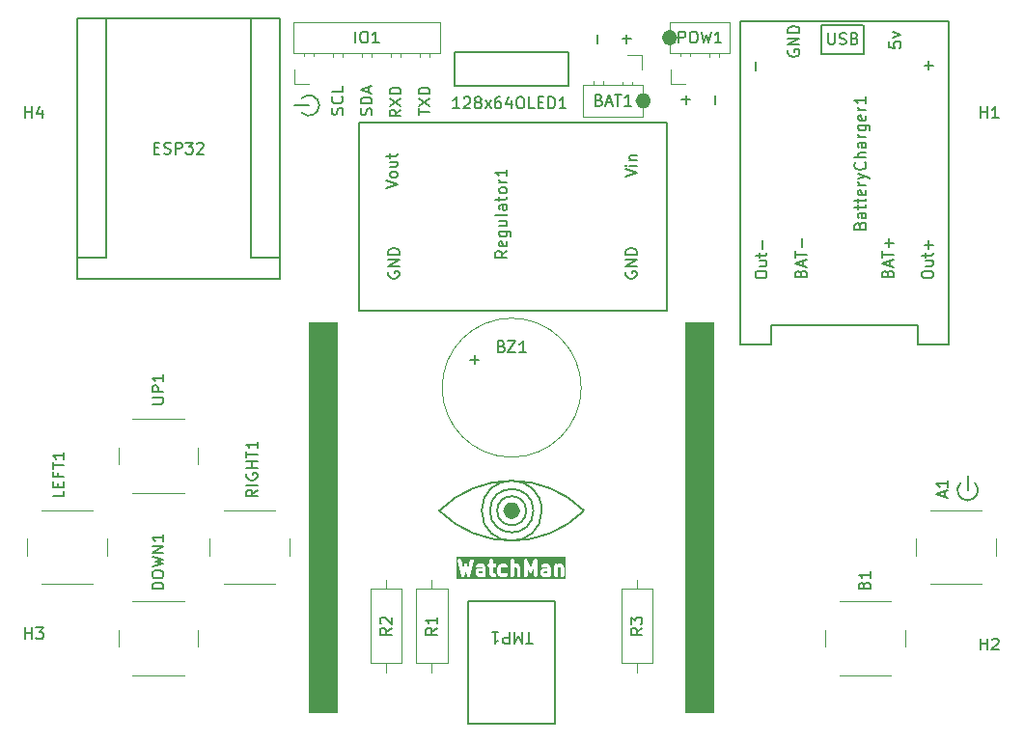
<source format=gbr>
%TF.GenerationSoftware,KiCad,Pcbnew,9.0.3+dfsg-1*%
%TF.CreationDate,2025-12-19T19:54:46+01:00*%
%TF.ProjectId,schematics,73636865-6d61-4746-9963-732e6b696361,rev?*%
%TF.SameCoordinates,Original*%
%TF.FileFunction,Legend,Top*%
%TF.FilePolarity,Positive*%
%FSLAX46Y46*%
G04 Gerber Fmt 4.6, Leading zero omitted, Abs format (unit mm)*
G04 Created by KiCad (PCBNEW 9.0.3+dfsg-1) date 2025-12-19 19:54:46*
%MOMM*%
%LPD*%
G01*
G04 APERTURE LIST*
%ADD10C,0.200000*%
%ADD11C,0.735000*%
%ADD12C,0.300000*%
%ADD13C,0.150000*%
%ADD14C,0.120000*%
%ADD15C,0.685000*%
G04 APERTURE END LIST*
D10*
X106350000Y-110795001D02*
G75*
G02*
X93650000Y-110795001I-6350000J6350000D01*
G01*
X101270000Y-110795000D02*
G75*
G02*
X98730000Y-110795000I-1270000J0D01*
G01*
X98730000Y-110795000D02*
G75*
G02*
X101270000Y-110795000I1270000J0D01*
G01*
X102630256Y-110795000D02*
G75*
G02*
X97369744Y-110795000I-2630256J0D01*
G01*
X97369744Y-110795000D02*
G75*
G02*
X102630256Y-110795000I2630256J0D01*
G01*
X93650000Y-110795000D02*
G75*
G02*
X106350000Y-110795000I6350000J-6350000D01*
G01*
D11*
X100367500Y-110795000D02*
G75*
G02*
X99632500Y-110795000I-367500J0D01*
G01*
X99632500Y-110795000D02*
G75*
G02*
X100367500Y-110795000I367500J0D01*
G01*
G36*
X115240000Y-94285000D02*
G01*
X117780000Y-94285000D01*
X117780000Y-128575000D01*
X115240000Y-128575000D01*
X115240000Y-94285000D01*
G37*
G36*
X82220000Y-94285000D02*
G01*
X84760000Y-94285000D01*
X84760000Y-128575000D01*
X82220000Y-128575000D01*
X82220000Y-94285000D01*
G37*
D10*
X140000000Y-109000000D02*
X140000000Y-107730000D01*
X140635000Y-108365000D02*
G75*
G02*
X139365000Y-108365000I-635000J-635000D01*
G01*
X101905000Y-110795000D02*
G75*
G02*
X98095000Y-110795000I-1905000J0D01*
G01*
X98095000Y-110795000D02*
G75*
G02*
X101905000Y-110795000I1905000J0D01*
G01*
D12*
G36*
X97435715Y-116306194D02*
G01*
X97426496Y-116310804D01*
X97187792Y-116310804D01*
X97140375Y-116287095D01*
X97116668Y-116239680D01*
X97116668Y-116186689D01*
X97140375Y-116139274D01*
X97187792Y-116115566D01*
X97435715Y-116115566D01*
X97435715Y-116306194D01*
G37*
G36*
X103130952Y-116306194D02*
G01*
X103121733Y-116310804D01*
X102883029Y-116310804D01*
X102835612Y-116287095D01*
X102811905Y-116239680D01*
X102811905Y-116186689D01*
X102835612Y-116139274D01*
X102883029Y-116115566D01*
X103130952Y-116115566D01*
X103130952Y-116306194D01*
G37*
G36*
X104757142Y-116760804D02*
G01*
X95119154Y-116760804D01*
X95119154Y-115166411D01*
X95269154Y-115166411D01*
X95273128Y-115195547D01*
X95582652Y-116495547D01*
X95586113Y-116505590D01*
X95586592Y-116509190D01*
X95588475Y-116512443D01*
X95592234Y-116523348D01*
X95605004Y-116540993D01*
X95615915Y-116559840D01*
X95622031Y-116564522D01*
X95626547Y-116570761D01*
X95645093Y-116582174D01*
X95662390Y-116595414D01*
X95669832Y-116597398D01*
X95676391Y-116601435D01*
X95697894Y-116604882D01*
X95718942Y-116610495D01*
X95726577Y-116609480D01*
X95734180Y-116610699D01*
X95755369Y-116605654D01*
X95776959Y-116602785D01*
X95783622Y-116598927D01*
X95791117Y-116597143D01*
X95808762Y-116584372D01*
X95827609Y-116573462D01*
X95832291Y-116567345D01*
X95838530Y-116562830D01*
X95849943Y-116544283D01*
X95863183Y-116526987D01*
X95867231Y-116516192D01*
X95869204Y-116512986D01*
X95869779Y-116509395D01*
X95873508Y-116499453D01*
X95976192Y-116114388D01*
X96078876Y-116499453D01*
X96082604Y-116509395D01*
X96083180Y-116512986D01*
X96085153Y-116516192D01*
X96089201Y-116526987D01*
X96102437Y-116544279D01*
X96113853Y-116562830D01*
X96120093Y-116567346D01*
X96124775Y-116573462D01*
X96143619Y-116584371D01*
X96161267Y-116597143D01*
X96168761Y-116598927D01*
X96175425Y-116602785D01*
X96197014Y-116605654D01*
X96218204Y-116610699D01*
X96225806Y-116609480D01*
X96233442Y-116610495D01*
X96254489Y-116604882D01*
X96275993Y-116601435D01*
X96282552Y-116597398D01*
X96289994Y-116595414D01*
X96307286Y-116582177D01*
X96325837Y-116570762D01*
X96330353Y-116564521D01*
X96336469Y-116559840D01*
X96347379Y-116540993D01*
X96360150Y-116523348D01*
X96363907Y-116512446D01*
X96365792Y-116509191D01*
X96366270Y-116505590D01*
X96369732Y-116495547D01*
X96451700Y-116151280D01*
X96816668Y-116151280D01*
X96816668Y-116275090D01*
X96819550Y-116304354D01*
X96821612Y-116309332D01*
X96821994Y-116314708D01*
X96832503Y-116342171D01*
X96894407Y-116465981D01*
X96897488Y-116470876D01*
X96898258Y-116473185D01*
X96900751Y-116476059D01*
X96910072Y-116490867D01*
X96924281Y-116503190D01*
X96936605Y-116517400D01*
X96951412Y-116526720D01*
X96954287Y-116529214D01*
X96956595Y-116529983D01*
X96961491Y-116533065D01*
X97085301Y-116594968D01*
X97112764Y-116605478D01*
X97118139Y-116605859D01*
X97123118Y-116607922D01*
X97152382Y-116610804D01*
X97461906Y-116610804D01*
X97491170Y-116607922D01*
X97496148Y-116605859D01*
X97501524Y-116605478D01*
X97527007Y-116595725D01*
X97556451Y-116607922D01*
X97614979Y-116607922D01*
X97669051Y-116585524D01*
X97710435Y-116544140D01*
X97732833Y-116490068D01*
X97735715Y-116460804D01*
X97735715Y-115779852D01*
X97732833Y-115750588D01*
X97730770Y-115745609D01*
X97730389Y-115740234D01*
X97719879Y-115712770D01*
X97657974Y-115588960D01*
X97654893Y-115584066D01*
X97654124Y-115581757D01*
X97651629Y-115578880D01*
X97642813Y-115564874D01*
X97871930Y-115564874D01*
X97871930Y-115623402D01*
X97894328Y-115677474D01*
X97935712Y-115718858D01*
X97989784Y-115741256D01*
X98019048Y-115744138D01*
X98054762Y-115744138D01*
X98054762Y-116275090D01*
X98057644Y-116304354D01*
X98059705Y-116309331D01*
X98060088Y-116314709D01*
X98070598Y-116342172D01*
X98132503Y-116465982D01*
X98135582Y-116470874D01*
X98136353Y-116473185D01*
X98138847Y-116476061D01*
X98148168Y-116490868D01*
X98162376Y-116503191D01*
X98174700Y-116517400D01*
X98189506Y-116526720D01*
X98192383Y-116529215D01*
X98194692Y-116529984D01*
X98199586Y-116533065D01*
X98323396Y-116594968D01*
X98350859Y-116605478D01*
X98356234Y-116605859D01*
X98361213Y-116607922D01*
X98390477Y-116610804D01*
X98514286Y-116610804D01*
X98543550Y-116607922D01*
X98597622Y-116585524D01*
X98639006Y-116544140D01*
X98661404Y-116490068D01*
X98661404Y-116431540D01*
X98639006Y-116377468D01*
X98597622Y-116336084D01*
X98543550Y-116313686D01*
X98514286Y-116310804D01*
X98425887Y-116310804D01*
X98378469Y-116287095D01*
X98354762Y-116239680D01*
X98354762Y-115841757D01*
X98735715Y-115841757D01*
X98735715Y-116213185D01*
X98738597Y-116242449D01*
X98740659Y-116247427D01*
X98741041Y-116252803D01*
X98751550Y-116280266D01*
X98813454Y-116404076D01*
X98821382Y-116416672D01*
X98822898Y-116420330D01*
X98826277Y-116424447D01*
X98829119Y-116428962D01*
X98832113Y-116431559D01*
X98841553Y-116443061D01*
X98903458Y-116504966D01*
X98914959Y-116514405D01*
X98917557Y-116517400D01*
X98922071Y-116520241D01*
X98926189Y-116523621D01*
X98929846Y-116525136D01*
X98942443Y-116533065D01*
X99066253Y-116594968D01*
X99093716Y-116605478D01*
X99099091Y-116605859D01*
X99104070Y-116607922D01*
X99133334Y-116610804D01*
X99380953Y-116610804D01*
X99410217Y-116607922D01*
X99415195Y-116605859D01*
X99420571Y-116605478D01*
X99448035Y-116594968D01*
X99571843Y-116533064D01*
X99596729Y-116517400D01*
X99635076Y-116473185D01*
X99653583Y-116417662D01*
X99649435Y-116359282D01*
X99623261Y-116306933D01*
X99579046Y-116268586D01*
X99523524Y-116250078D01*
X99465143Y-116254226D01*
X99437680Y-116264736D01*
X99345543Y-116310804D01*
X99168744Y-116310804D01*
X99098376Y-116275620D01*
X99070896Y-116248140D01*
X99035715Y-116177775D01*
X99035715Y-115877166D01*
X99070896Y-115806801D01*
X99098376Y-115779321D01*
X99168744Y-115744138D01*
X99345543Y-115744138D01*
X99437680Y-115790206D01*
X99465143Y-115800716D01*
X99523524Y-115804864D01*
X99579046Y-115786356D01*
X99623261Y-115748009D01*
X99649435Y-115695660D01*
X99653583Y-115637280D01*
X99635076Y-115581757D01*
X99596729Y-115537542D01*
X99571843Y-115521878D01*
X99448035Y-115459974D01*
X99420571Y-115449464D01*
X99415195Y-115449082D01*
X99410217Y-115447020D01*
X99380953Y-115444138D01*
X99133334Y-115444138D01*
X99104070Y-115447020D01*
X99099091Y-115449082D01*
X99093716Y-115449464D01*
X99066253Y-115459974D01*
X98942443Y-115521877D01*
X98929846Y-115529805D01*
X98926189Y-115531321D01*
X98922071Y-115534700D01*
X98917557Y-115537542D01*
X98914959Y-115540536D01*
X98903458Y-115549976D01*
X98841553Y-115611881D01*
X98832113Y-115623382D01*
X98829119Y-115625980D01*
X98826277Y-115630494D01*
X98822898Y-115634612D01*
X98821382Y-115638269D01*
X98813454Y-115650866D01*
X98751550Y-115774676D01*
X98741041Y-115802139D01*
X98740659Y-115807514D01*
X98738597Y-115812493D01*
X98735715Y-115841757D01*
X98354762Y-115841757D01*
X98354762Y-115744138D01*
X98514286Y-115744138D01*
X98543550Y-115741256D01*
X98597622Y-115718858D01*
X98639006Y-115677474D01*
X98661404Y-115623402D01*
X98661404Y-115564874D01*
X98639006Y-115510802D01*
X98597622Y-115469418D01*
X98543550Y-115447020D01*
X98514286Y-115444138D01*
X98354762Y-115444138D01*
X98354762Y-115160804D01*
X99911905Y-115160804D01*
X99911905Y-116460804D01*
X99914787Y-116490068D01*
X99937185Y-116544140D01*
X99978569Y-116585524D01*
X100032641Y-116607922D01*
X100091169Y-116607922D01*
X100145241Y-116585524D01*
X100186625Y-116544140D01*
X100209023Y-116490068D01*
X100211905Y-116460804D01*
X100211905Y-115780079D01*
X100212662Y-115779321D01*
X100283030Y-115744138D01*
X100397924Y-115744138D01*
X100445339Y-115767845D01*
X100469048Y-115815262D01*
X100469048Y-116460804D01*
X100471930Y-116490068D01*
X100494328Y-116544140D01*
X100535712Y-116585524D01*
X100589784Y-116607922D01*
X100648312Y-116607922D01*
X100702384Y-116585524D01*
X100743768Y-116544140D01*
X100766166Y-116490068D01*
X100769048Y-116460804D01*
X100769048Y-115779852D01*
X100766166Y-115750588D01*
X100764103Y-115745609D01*
X100763722Y-115740234D01*
X100753212Y-115712770D01*
X100691307Y-115588960D01*
X100688226Y-115584066D01*
X100687457Y-115581757D01*
X100684962Y-115578880D01*
X100675642Y-115564074D01*
X100661434Y-115551752D01*
X100649110Y-115537542D01*
X100634302Y-115528221D01*
X100631427Y-115525728D01*
X100629117Y-115524958D01*
X100624224Y-115521878D01*
X100500416Y-115459974D01*
X100472952Y-115449464D01*
X100467576Y-115449082D01*
X100462598Y-115447020D01*
X100433334Y-115444138D01*
X100247620Y-115444138D01*
X100218356Y-115447020D01*
X100213377Y-115449082D01*
X100211905Y-115449186D01*
X100211905Y-115160804D01*
X101088095Y-115160804D01*
X101088095Y-116460804D01*
X101090977Y-116490068D01*
X101113375Y-116544140D01*
X101154759Y-116585524D01*
X101208831Y-116607922D01*
X101267359Y-116607922D01*
X101321431Y-116585524D01*
X101362815Y-116544140D01*
X101385213Y-116490068D01*
X101388095Y-116460804D01*
X101388095Y-115836937D01*
X101535502Y-116152809D01*
X101541848Y-116163522D01*
X101543169Y-116167154D01*
X101545520Y-116169722D01*
X101550489Y-116178109D01*
X101567296Y-116193501D01*
X101582696Y-116210317D01*
X101588737Y-116213136D01*
X101593651Y-116217636D01*
X101615074Y-116225426D01*
X101635734Y-116235067D01*
X101642391Y-116235359D01*
X101648654Y-116237637D01*
X101671429Y-116236635D01*
X101694204Y-116237637D01*
X101700466Y-116235359D01*
X101707125Y-116235067D01*
X101727786Y-116225425D01*
X101749207Y-116217636D01*
X101754120Y-116213136D01*
X101760162Y-116210317D01*
X101775557Y-116193504D01*
X101792370Y-116178109D01*
X101797339Y-116169719D01*
X101799689Y-116167154D01*
X101801007Y-116163527D01*
X101807357Y-116152809D01*
X101954762Y-115836940D01*
X101954762Y-116460804D01*
X101957644Y-116490068D01*
X101980042Y-116544140D01*
X102021426Y-116585524D01*
X102075498Y-116607922D01*
X102134026Y-116607922D01*
X102188098Y-116585524D01*
X102229482Y-116544140D01*
X102251880Y-116490068D01*
X102254762Y-116460804D01*
X102254762Y-116151280D01*
X102511905Y-116151280D01*
X102511905Y-116275090D01*
X102514787Y-116304354D01*
X102516849Y-116309332D01*
X102517231Y-116314708D01*
X102527740Y-116342171D01*
X102589644Y-116465981D01*
X102592725Y-116470876D01*
X102593495Y-116473185D01*
X102595988Y-116476059D01*
X102605309Y-116490867D01*
X102619518Y-116503190D01*
X102631842Y-116517400D01*
X102646649Y-116526720D01*
X102649524Y-116529214D01*
X102651832Y-116529983D01*
X102656728Y-116533065D01*
X102780538Y-116594968D01*
X102808001Y-116605478D01*
X102813376Y-116605859D01*
X102818355Y-116607922D01*
X102847619Y-116610804D01*
X103157143Y-116610804D01*
X103186407Y-116607922D01*
X103191385Y-116605859D01*
X103196761Y-116605478D01*
X103222244Y-116595725D01*
X103251688Y-116607922D01*
X103310216Y-116607922D01*
X103364288Y-116585524D01*
X103405672Y-116544140D01*
X103428070Y-116490068D01*
X103430952Y-116460804D01*
X103430952Y-115779852D01*
X103428070Y-115750588D01*
X103426007Y-115745609D01*
X103425626Y-115740234D01*
X103415116Y-115712770D01*
X103355800Y-115594138D01*
X103749999Y-115594138D01*
X103749999Y-116460804D01*
X103752881Y-116490068D01*
X103775279Y-116544140D01*
X103816663Y-116585524D01*
X103870735Y-116607922D01*
X103929263Y-116607922D01*
X103983335Y-116585524D01*
X104024719Y-116544140D01*
X104047117Y-116490068D01*
X104049999Y-116460804D01*
X104049999Y-115780079D01*
X104050756Y-115779321D01*
X104121124Y-115744138D01*
X104236018Y-115744138D01*
X104283433Y-115767845D01*
X104307142Y-115815262D01*
X104307142Y-116460804D01*
X104310024Y-116490068D01*
X104332422Y-116544140D01*
X104373806Y-116585524D01*
X104427878Y-116607922D01*
X104486406Y-116607922D01*
X104540478Y-116585524D01*
X104581862Y-116544140D01*
X104604260Y-116490068D01*
X104607142Y-116460804D01*
X104607142Y-115779852D01*
X104604260Y-115750588D01*
X104602197Y-115745609D01*
X104601816Y-115740234D01*
X104591306Y-115712770D01*
X104529401Y-115588960D01*
X104526320Y-115584066D01*
X104525551Y-115581757D01*
X104523056Y-115578880D01*
X104513736Y-115564074D01*
X104499528Y-115551752D01*
X104487204Y-115537542D01*
X104472396Y-115528221D01*
X104469521Y-115525728D01*
X104467211Y-115524958D01*
X104462318Y-115521878D01*
X104338510Y-115459974D01*
X104311046Y-115449464D01*
X104305670Y-115449082D01*
X104300692Y-115447020D01*
X104271428Y-115444138D01*
X104085714Y-115444138D01*
X104056450Y-115447020D01*
X104051471Y-115449082D01*
X104046096Y-115449464D01*
X104018633Y-115459974D01*
X103988804Y-115474887D01*
X103983335Y-115469418D01*
X103929263Y-115447020D01*
X103870735Y-115447020D01*
X103816663Y-115469418D01*
X103775279Y-115510802D01*
X103752881Y-115564874D01*
X103749999Y-115594138D01*
X103355800Y-115594138D01*
X103353211Y-115588960D01*
X103350130Y-115584066D01*
X103349361Y-115581757D01*
X103346866Y-115578880D01*
X103337546Y-115564074D01*
X103323338Y-115551752D01*
X103311014Y-115537542D01*
X103296206Y-115528221D01*
X103293331Y-115525728D01*
X103291021Y-115524958D01*
X103286128Y-115521878D01*
X103162320Y-115459974D01*
X103134856Y-115449464D01*
X103129480Y-115449082D01*
X103124502Y-115447020D01*
X103095238Y-115444138D01*
X102847619Y-115444138D01*
X102818355Y-115447020D01*
X102813376Y-115449082D01*
X102808001Y-115449464D01*
X102780538Y-115459974D01*
X102656728Y-115521877D01*
X102631842Y-115537542D01*
X102593495Y-115581757D01*
X102574987Y-115637280D01*
X102579135Y-115695660D01*
X102605309Y-115748009D01*
X102649524Y-115786356D01*
X102705047Y-115804864D01*
X102763427Y-115800716D01*
X102790890Y-115790207D01*
X102883029Y-115744138D01*
X103059828Y-115744138D01*
X103107243Y-115767845D01*
X103129229Y-115811817D01*
X103121733Y-115815566D01*
X102847619Y-115815566D01*
X102818355Y-115818448D01*
X102813376Y-115820510D01*
X102808001Y-115820892D01*
X102780537Y-115831402D01*
X102656727Y-115893307D01*
X102651833Y-115896387D01*
X102649524Y-115897157D01*
X102646647Y-115899651D01*
X102631841Y-115908972D01*
X102619519Y-115923179D01*
X102605309Y-115935504D01*
X102595988Y-115950311D01*
X102593495Y-115953187D01*
X102592725Y-115955496D01*
X102589645Y-115960390D01*
X102527741Y-116084198D01*
X102517231Y-116111662D01*
X102516849Y-116117037D01*
X102514787Y-116122016D01*
X102511905Y-116151280D01*
X102254762Y-116151280D01*
X102254762Y-115160804D01*
X102252867Y-115141566D01*
X102253023Y-115138028D01*
X102252331Y-115136127D01*
X102251880Y-115131540D01*
X102241919Y-115107494D01*
X102233022Y-115083026D01*
X102230762Y-115080558D01*
X102229482Y-115077468D01*
X102211084Y-115059070D01*
X102193495Y-115039863D01*
X102190461Y-115038447D01*
X102188098Y-115036084D01*
X102164067Y-115026130D01*
X102140458Y-115015112D01*
X102137113Y-115014965D01*
X102134026Y-115013686D01*
X102108002Y-115013686D01*
X102081987Y-115012543D01*
X102078844Y-115013686D01*
X102075498Y-115013686D01*
X102051445Y-115023649D01*
X102026985Y-115032544D01*
X102024517Y-115034803D01*
X102021426Y-115036084D01*
X102003017Y-115054492D01*
X101983822Y-115072071D01*
X101981472Y-115076037D01*
X101980042Y-115077468D01*
X101978686Y-115080740D01*
X101968835Y-115097371D01*
X101671428Y-115734670D01*
X101374022Y-115097371D01*
X101364170Y-115080740D01*
X101362815Y-115077468D01*
X101361384Y-115076037D01*
X101359035Y-115072071D01*
X101339834Y-115054487D01*
X101321431Y-115036084D01*
X101318340Y-115034803D01*
X101315873Y-115032544D01*
X101291407Y-115023647D01*
X101267359Y-115013686D01*
X101264013Y-115013686D01*
X101260870Y-115012543D01*
X101234865Y-115013686D01*
X101208831Y-115013686D01*
X101205740Y-115014966D01*
X101202399Y-115015113D01*
X101178808Y-115026122D01*
X101154759Y-115036084D01*
X101152393Y-115038449D01*
X101149362Y-115039864D01*
X101131778Y-115059064D01*
X101113375Y-115077468D01*
X101112094Y-115080558D01*
X101109835Y-115083026D01*
X101100938Y-115107491D01*
X101090977Y-115131540D01*
X101090525Y-115136128D01*
X101089834Y-115138029D01*
X101089989Y-115141567D01*
X101088095Y-115160804D01*
X100211905Y-115160804D01*
X100209023Y-115131540D01*
X100186625Y-115077468D01*
X100145241Y-115036084D01*
X100091169Y-115013686D01*
X100032641Y-115013686D01*
X99978569Y-115036084D01*
X99937185Y-115077468D01*
X99914787Y-115131540D01*
X99911905Y-115160804D01*
X98354762Y-115160804D01*
X98351880Y-115131540D01*
X98329482Y-115077468D01*
X98288098Y-115036084D01*
X98234026Y-115013686D01*
X98175498Y-115013686D01*
X98121426Y-115036084D01*
X98080042Y-115077468D01*
X98057644Y-115131540D01*
X98054762Y-115160804D01*
X98054762Y-115444138D01*
X98019048Y-115444138D01*
X97989784Y-115447020D01*
X97935712Y-115469418D01*
X97894328Y-115510802D01*
X97871930Y-115564874D01*
X97642813Y-115564874D01*
X97642309Y-115564074D01*
X97628101Y-115551752D01*
X97615777Y-115537542D01*
X97600969Y-115528221D01*
X97598094Y-115525728D01*
X97595784Y-115524958D01*
X97590891Y-115521878D01*
X97467083Y-115459974D01*
X97439619Y-115449464D01*
X97434243Y-115449082D01*
X97429265Y-115447020D01*
X97400001Y-115444138D01*
X97152382Y-115444138D01*
X97123118Y-115447020D01*
X97118139Y-115449082D01*
X97112764Y-115449464D01*
X97085301Y-115459974D01*
X96961491Y-115521877D01*
X96936605Y-115537542D01*
X96898258Y-115581757D01*
X96879750Y-115637280D01*
X96883898Y-115695660D01*
X96910072Y-115748009D01*
X96954287Y-115786356D01*
X97009810Y-115804864D01*
X97068190Y-115800716D01*
X97095653Y-115790207D01*
X97187792Y-115744138D01*
X97364591Y-115744138D01*
X97412006Y-115767845D01*
X97433992Y-115811817D01*
X97426496Y-115815566D01*
X97152382Y-115815566D01*
X97123118Y-115818448D01*
X97118139Y-115820510D01*
X97112764Y-115820892D01*
X97085300Y-115831402D01*
X96961490Y-115893307D01*
X96956596Y-115896387D01*
X96954287Y-115897157D01*
X96951410Y-115899651D01*
X96936604Y-115908972D01*
X96924282Y-115923179D01*
X96910072Y-115935504D01*
X96900751Y-115950311D01*
X96898258Y-115953187D01*
X96897488Y-115955496D01*
X96894408Y-115960390D01*
X96832504Y-116084198D01*
X96821994Y-116111662D01*
X96821612Y-116117037D01*
X96819550Y-116122016D01*
X96816668Y-116151280D01*
X96451700Y-116151280D01*
X96679256Y-115195547D01*
X96683230Y-115166412D01*
X96673966Y-115108622D01*
X96643292Y-115058778D01*
X96595879Y-115024465D01*
X96538942Y-115010909D01*
X96481153Y-115020173D01*
X96431309Y-115050847D01*
X96396996Y-115098260D01*
X96387414Y-115126061D01*
X96215577Y-115847773D01*
X96121127Y-115493584D01*
X96118555Y-115486727D01*
X96118173Y-115483846D01*
X96116192Y-115480425D01*
X96110802Y-115466050D01*
X96098768Y-115450329D01*
X96088850Y-115433197D01*
X96081134Y-115427290D01*
X96075228Y-115419575D01*
X96058096Y-115409657D01*
X96042375Y-115397623D01*
X96032984Y-115395118D01*
X96024578Y-115390252D01*
X96004956Y-115387644D01*
X95985823Y-115382542D01*
X95976192Y-115383821D01*
X95966561Y-115382542D01*
X95947427Y-115387644D01*
X95927806Y-115390252D01*
X95919399Y-115395118D01*
X95910009Y-115397623D01*
X95894287Y-115409657D01*
X95877156Y-115419575D01*
X95871249Y-115427290D01*
X95863534Y-115433197D01*
X95853616Y-115450328D01*
X95841582Y-115466050D01*
X95836190Y-115480427D01*
X95834211Y-115483847D01*
X95833828Y-115486727D01*
X95831257Y-115493584D01*
X95736806Y-115847773D01*
X95564970Y-115126061D01*
X95555388Y-115098260D01*
X95521075Y-115050846D01*
X95471231Y-115020173D01*
X95413442Y-115010909D01*
X95356505Y-115024465D01*
X95309091Y-115058778D01*
X95278418Y-115108622D01*
X95269154Y-115166411D01*
X95119154Y-115166411D01*
X95119154Y-114860909D01*
X104757142Y-114860909D01*
X104757142Y-116760804D01*
G37*
D10*
X114676667Y-69742219D02*
X114676667Y-68742219D01*
X114676667Y-68742219D02*
X115057619Y-68742219D01*
X115057619Y-68742219D02*
X115152857Y-68789838D01*
X115152857Y-68789838D02*
X115200476Y-68837457D01*
X115200476Y-68837457D02*
X115248095Y-68932695D01*
X115248095Y-68932695D02*
X115248095Y-69075552D01*
X115248095Y-69075552D02*
X115200476Y-69170790D01*
X115200476Y-69170790D02*
X115152857Y-69218409D01*
X115152857Y-69218409D02*
X115057619Y-69266028D01*
X115057619Y-69266028D02*
X114676667Y-69266028D01*
X115867143Y-68742219D02*
X116057619Y-68742219D01*
X116057619Y-68742219D02*
X116152857Y-68789838D01*
X116152857Y-68789838D02*
X116248095Y-68885076D01*
X116248095Y-68885076D02*
X116295714Y-69075552D01*
X116295714Y-69075552D02*
X116295714Y-69408885D01*
X116295714Y-69408885D02*
X116248095Y-69599361D01*
X116248095Y-69599361D02*
X116152857Y-69694600D01*
X116152857Y-69694600D02*
X116057619Y-69742219D01*
X116057619Y-69742219D02*
X115867143Y-69742219D01*
X115867143Y-69742219D02*
X115771905Y-69694600D01*
X115771905Y-69694600D02*
X115676667Y-69599361D01*
X115676667Y-69599361D02*
X115629048Y-69408885D01*
X115629048Y-69408885D02*
X115629048Y-69075552D01*
X115629048Y-69075552D02*
X115676667Y-68885076D01*
X115676667Y-68885076D02*
X115771905Y-68789838D01*
X115771905Y-68789838D02*
X115867143Y-68742219D01*
X116629048Y-68742219D02*
X116867143Y-69742219D01*
X116867143Y-69742219D02*
X117057619Y-69027933D01*
X117057619Y-69027933D02*
X117248095Y-69742219D01*
X117248095Y-69742219D02*
X117486191Y-68742219D01*
X118390952Y-69742219D02*
X117819524Y-69742219D01*
X118105238Y-69742219D02*
X118105238Y-68742219D01*
X118105238Y-68742219D02*
X118010000Y-68885076D01*
X118010000Y-68885076D02*
X117914762Y-68980314D01*
X117914762Y-68980314D02*
X117819524Y-69027933D01*
X117851266Y-75096577D02*
X117851266Y-74334673D01*
X115311266Y-75096577D02*
X115311266Y-74334673D01*
X115692219Y-74715625D02*
X114930314Y-74715625D01*
X130553409Y-85772382D02*
X130601028Y-85629525D01*
X130601028Y-85629525D02*
X130648647Y-85581906D01*
X130648647Y-85581906D02*
X130743885Y-85534287D01*
X130743885Y-85534287D02*
X130886742Y-85534287D01*
X130886742Y-85534287D02*
X130981980Y-85581906D01*
X130981980Y-85581906D02*
X131029600Y-85629525D01*
X131029600Y-85629525D02*
X131077219Y-85724763D01*
X131077219Y-85724763D02*
X131077219Y-86105715D01*
X131077219Y-86105715D02*
X130077219Y-86105715D01*
X130077219Y-86105715D02*
X130077219Y-85772382D01*
X130077219Y-85772382D02*
X130124838Y-85677144D01*
X130124838Y-85677144D02*
X130172457Y-85629525D01*
X130172457Y-85629525D02*
X130267695Y-85581906D01*
X130267695Y-85581906D02*
X130362933Y-85581906D01*
X130362933Y-85581906D02*
X130458171Y-85629525D01*
X130458171Y-85629525D02*
X130505790Y-85677144D01*
X130505790Y-85677144D02*
X130553409Y-85772382D01*
X130553409Y-85772382D02*
X130553409Y-86105715D01*
X131077219Y-84677144D02*
X130553409Y-84677144D01*
X130553409Y-84677144D02*
X130458171Y-84724763D01*
X130458171Y-84724763D02*
X130410552Y-84820001D01*
X130410552Y-84820001D02*
X130410552Y-85010477D01*
X130410552Y-85010477D02*
X130458171Y-85105715D01*
X131029600Y-84677144D02*
X131077219Y-84772382D01*
X131077219Y-84772382D02*
X131077219Y-85010477D01*
X131077219Y-85010477D02*
X131029600Y-85105715D01*
X131029600Y-85105715D02*
X130934361Y-85153334D01*
X130934361Y-85153334D02*
X130839123Y-85153334D01*
X130839123Y-85153334D02*
X130743885Y-85105715D01*
X130743885Y-85105715D02*
X130696266Y-85010477D01*
X130696266Y-85010477D02*
X130696266Y-84772382D01*
X130696266Y-84772382D02*
X130648647Y-84677144D01*
X130410552Y-84343810D02*
X130410552Y-83962858D01*
X130077219Y-84200953D02*
X130934361Y-84200953D01*
X130934361Y-84200953D02*
X131029600Y-84153334D01*
X131029600Y-84153334D02*
X131077219Y-84058096D01*
X131077219Y-84058096D02*
X131077219Y-83962858D01*
X130410552Y-83772381D02*
X130410552Y-83391429D01*
X130077219Y-83629524D02*
X130934361Y-83629524D01*
X130934361Y-83629524D02*
X131029600Y-83581905D01*
X131029600Y-83581905D02*
X131077219Y-83486667D01*
X131077219Y-83486667D02*
X131077219Y-83391429D01*
X131029600Y-82677143D02*
X131077219Y-82772381D01*
X131077219Y-82772381D02*
X131077219Y-82962857D01*
X131077219Y-82962857D02*
X131029600Y-83058095D01*
X131029600Y-83058095D02*
X130934361Y-83105714D01*
X130934361Y-83105714D02*
X130553409Y-83105714D01*
X130553409Y-83105714D02*
X130458171Y-83058095D01*
X130458171Y-83058095D02*
X130410552Y-82962857D01*
X130410552Y-82962857D02*
X130410552Y-82772381D01*
X130410552Y-82772381D02*
X130458171Y-82677143D01*
X130458171Y-82677143D02*
X130553409Y-82629524D01*
X130553409Y-82629524D02*
X130648647Y-82629524D01*
X130648647Y-82629524D02*
X130743885Y-83105714D01*
X131077219Y-82200952D02*
X130410552Y-82200952D01*
X130601028Y-82200952D02*
X130505790Y-82153333D01*
X130505790Y-82153333D02*
X130458171Y-82105714D01*
X130458171Y-82105714D02*
X130410552Y-82010476D01*
X130410552Y-82010476D02*
X130410552Y-81915238D01*
X130410552Y-81677142D02*
X131077219Y-81439047D01*
X130410552Y-81200952D02*
X131077219Y-81439047D01*
X131077219Y-81439047D02*
X131315314Y-81534285D01*
X131315314Y-81534285D02*
X131362933Y-81581904D01*
X131362933Y-81581904D02*
X131410552Y-81677142D01*
X130981980Y-80248571D02*
X131029600Y-80296190D01*
X131029600Y-80296190D02*
X131077219Y-80439047D01*
X131077219Y-80439047D02*
X131077219Y-80534285D01*
X131077219Y-80534285D02*
X131029600Y-80677142D01*
X131029600Y-80677142D02*
X130934361Y-80772380D01*
X130934361Y-80772380D02*
X130839123Y-80819999D01*
X130839123Y-80819999D02*
X130648647Y-80867618D01*
X130648647Y-80867618D02*
X130505790Y-80867618D01*
X130505790Y-80867618D02*
X130315314Y-80819999D01*
X130315314Y-80819999D02*
X130220076Y-80772380D01*
X130220076Y-80772380D02*
X130124838Y-80677142D01*
X130124838Y-80677142D02*
X130077219Y-80534285D01*
X130077219Y-80534285D02*
X130077219Y-80439047D01*
X130077219Y-80439047D02*
X130124838Y-80296190D01*
X130124838Y-80296190D02*
X130172457Y-80248571D01*
X131077219Y-79819999D02*
X130077219Y-79819999D01*
X131077219Y-79391428D02*
X130553409Y-79391428D01*
X130553409Y-79391428D02*
X130458171Y-79439047D01*
X130458171Y-79439047D02*
X130410552Y-79534285D01*
X130410552Y-79534285D02*
X130410552Y-79677142D01*
X130410552Y-79677142D02*
X130458171Y-79772380D01*
X130458171Y-79772380D02*
X130505790Y-79819999D01*
X131077219Y-78486666D02*
X130553409Y-78486666D01*
X130553409Y-78486666D02*
X130458171Y-78534285D01*
X130458171Y-78534285D02*
X130410552Y-78629523D01*
X130410552Y-78629523D02*
X130410552Y-78819999D01*
X130410552Y-78819999D02*
X130458171Y-78915237D01*
X131029600Y-78486666D02*
X131077219Y-78581904D01*
X131077219Y-78581904D02*
X131077219Y-78819999D01*
X131077219Y-78819999D02*
X131029600Y-78915237D01*
X131029600Y-78915237D02*
X130934361Y-78962856D01*
X130934361Y-78962856D02*
X130839123Y-78962856D01*
X130839123Y-78962856D02*
X130743885Y-78915237D01*
X130743885Y-78915237D02*
X130696266Y-78819999D01*
X130696266Y-78819999D02*
X130696266Y-78581904D01*
X130696266Y-78581904D02*
X130648647Y-78486666D01*
X131077219Y-78010475D02*
X130410552Y-78010475D01*
X130601028Y-78010475D02*
X130505790Y-77962856D01*
X130505790Y-77962856D02*
X130458171Y-77915237D01*
X130458171Y-77915237D02*
X130410552Y-77819999D01*
X130410552Y-77819999D02*
X130410552Y-77724761D01*
X130410552Y-76962856D02*
X131220076Y-76962856D01*
X131220076Y-76962856D02*
X131315314Y-77010475D01*
X131315314Y-77010475D02*
X131362933Y-77058094D01*
X131362933Y-77058094D02*
X131410552Y-77153332D01*
X131410552Y-77153332D02*
X131410552Y-77296189D01*
X131410552Y-77296189D02*
X131362933Y-77391427D01*
X131029600Y-76962856D02*
X131077219Y-77058094D01*
X131077219Y-77058094D02*
X131077219Y-77248570D01*
X131077219Y-77248570D02*
X131029600Y-77343808D01*
X131029600Y-77343808D02*
X130981980Y-77391427D01*
X130981980Y-77391427D02*
X130886742Y-77439046D01*
X130886742Y-77439046D02*
X130601028Y-77439046D01*
X130601028Y-77439046D02*
X130505790Y-77391427D01*
X130505790Y-77391427D02*
X130458171Y-77343808D01*
X130458171Y-77343808D02*
X130410552Y-77248570D01*
X130410552Y-77248570D02*
X130410552Y-77058094D01*
X130410552Y-77058094D02*
X130458171Y-76962856D01*
X131029600Y-76105713D02*
X131077219Y-76200951D01*
X131077219Y-76200951D02*
X131077219Y-76391427D01*
X131077219Y-76391427D02*
X131029600Y-76486665D01*
X131029600Y-76486665D02*
X130934361Y-76534284D01*
X130934361Y-76534284D02*
X130553409Y-76534284D01*
X130553409Y-76534284D02*
X130458171Y-76486665D01*
X130458171Y-76486665D02*
X130410552Y-76391427D01*
X130410552Y-76391427D02*
X130410552Y-76200951D01*
X130410552Y-76200951D02*
X130458171Y-76105713D01*
X130458171Y-76105713D02*
X130553409Y-76058094D01*
X130553409Y-76058094D02*
X130648647Y-76058094D01*
X130648647Y-76058094D02*
X130743885Y-76534284D01*
X131077219Y-75629522D02*
X130410552Y-75629522D01*
X130601028Y-75629522D02*
X130505790Y-75581903D01*
X130505790Y-75581903D02*
X130458171Y-75534284D01*
X130458171Y-75534284D02*
X130410552Y-75439046D01*
X130410552Y-75439046D02*
X130410552Y-75343808D01*
X131077219Y-74486665D02*
X131077219Y-75058093D01*
X131077219Y-74772379D02*
X130077219Y-74772379D01*
X130077219Y-74772379D02*
X130220076Y-74867617D01*
X130220076Y-74867617D02*
X130315314Y-74962855D01*
X130315314Y-74962855D02*
X130362933Y-75058093D01*
X132973409Y-89976993D02*
X133021028Y-89834136D01*
X133021028Y-89834136D02*
X133068647Y-89786517D01*
X133068647Y-89786517D02*
X133163885Y-89738898D01*
X133163885Y-89738898D02*
X133306742Y-89738898D01*
X133306742Y-89738898D02*
X133401980Y-89786517D01*
X133401980Y-89786517D02*
X133449600Y-89834136D01*
X133449600Y-89834136D02*
X133497219Y-89929374D01*
X133497219Y-89929374D02*
X133497219Y-90310326D01*
X133497219Y-90310326D02*
X132497219Y-90310326D01*
X132497219Y-90310326D02*
X132497219Y-89976993D01*
X132497219Y-89976993D02*
X132544838Y-89881755D01*
X132544838Y-89881755D02*
X132592457Y-89834136D01*
X132592457Y-89834136D02*
X132687695Y-89786517D01*
X132687695Y-89786517D02*
X132782933Y-89786517D01*
X132782933Y-89786517D02*
X132878171Y-89834136D01*
X132878171Y-89834136D02*
X132925790Y-89881755D01*
X132925790Y-89881755D02*
X132973409Y-89976993D01*
X132973409Y-89976993D02*
X132973409Y-90310326D01*
X133211504Y-89357945D02*
X133211504Y-88881755D01*
X133497219Y-89453183D02*
X132497219Y-89119850D01*
X132497219Y-89119850D02*
X133497219Y-88786517D01*
X132497219Y-88596040D02*
X132497219Y-88024612D01*
X133497219Y-88310326D02*
X132497219Y-88310326D01*
X133116266Y-87691278D02*
X133116266Y-86929374D01*
X133497219Y-87310326D02*
X132735314Y-87310326D01*
X121377219Y-90172380D02*
X121377219Y-89981904D01*
X121377219Y-89981904D02*
X121424838Y-89886666D01*
X121424838Y-89886666D02*
X121520076Y-89791428D01*
X121520076Y-89791428D02*
X121710552Y-89743809D01*
X121710552Y-89743809D02*
X122043885Y-89743809D01*
X122043885Y-89743809D02*
X122234361Y-89791428D01*
X122234361Y-89791428D02*
X122329600Y-89886666D01*
X122329600Y-89886666D02*
X122377219Y-89981904D01*
X122377219Y-89981904D02*
X122377219Y-90172380D01*
X122377219Y-90172380D02*
X122329600Y-90267618D01*
X122329600Y-90267618D02*
X122234361Y-90362856D01*
X122234361Y-90362856D02*
X122043885Y-90410475D01*
X122043885Y-90410475D02*
X121710552Y-90410475D01*
X121710552Y-90410475D02*
X121520076Y-90362856D01*
X121520076Y-90362856D02*
X121424838Y-90267618D01*
X121424838Y-90267618D02*
X121377219Y-90172380D01*
X121710552Y-88886666D02*
X122377219Y-88886666D01*
X121710552Y-89315237D02*
X122234361Y-89315237D01*
X122234361Y-89315237D02*
X122329600Y-89267618D01*
X122329600Y-89267618D02*
X122377219Y-89172380D01*
X122377219Y-89172380D02*
X122377219Y-89029523D01*
X122377219Y-89029523D02*
X122329600Y-88934285D01*
X122329600Y-88934285D02*
X122281980Y-88886666D01*
X121710552Y-88553332D02*
X121710552Y-88172380D01*
X121377219Y-88410475D02*
X122234361Y-88410475D01*
X122234361Y-88410475D02*
X122329600Y-88362856D01*
X122329600Y-88362856D02*
X122377219Y-88267618D01*
X122377219Y-88267618D02*
X122377219Y-88172380D01*
X121996266Y-87839046D02*
X121996266Y-87077142D01*
X124289838Y-70381904D02*
X124242219Y-70477142D01*
X124242219Y-70477142D02*
X124242219Y-70619999D01*
X124242219Y-70619999D02*
X124289838Y-70762856D01*
X124289838Y-70762856D02*
X124385076Y-70858094D01*
X124385076Y-70858094D02*
X124480314Y-70905713D01*
X124480314Y-70905713D02*
X124670790Y-70953332D01*
X124670790Y-70953332D02*
X124813647Y-70953332D01*
X124813647Y-70953332D02*
X125004123Y-70905713D01*
X125004123Y-70905713D02*
X125099361Y-70858094D01*
X125099361Y-70858094D02*
X125194600Y-70762856D01*
X125194600Y-70762856D02*
X125242219Y-70619999D01*
X125242219Y-70619999D02*
X125242219Y-70524761D01*
X125242219Y-70524761D02*
X125194600Y-70381904D01*
X125194600Y-70381904D02*
X125146980Y-70334285D01*
X125146980Y-70334285D02*
X124813647Y-70334285D01*
X124813647Y-70334285D02*
X124813647Y-70524761D01*
X125242219Y-69905713D02*
X124242219Y-69905713D01*
X124242219Y-69905713D02*
X125242219Y-69334285D01*
X125242219Y-69334285D02*
X124242219Y-69334285D01*
X125242219Y-68858094D02*
X124242219Y-68858094D01*
X124242219Y-68858094D02*
X124242219Y-68619999D01*
X124242219Y-68619999D02*
X124289838Y-68477142D01*
X124289838Y-68477142D02*
X124385076Y-68381904D01*
X124385076Y-68381904D02*
X124480314Y-68334285D01*
X124480314Y-68334285D02*
X124670790Y-68286666D01*
X124670790Y-68286666D02*
X124813647Y-68286666D01*
X124813647Y-68286666D02*
X125004123Y-68334285D01*
X125004123Y-68334285D02*
X125099361Y-68381904D01*
X125099361Y-68381904D02*
X125194600Y-68477142D01*
X125194600Y-68477142D02*
X125242219Y-68619999D01*
X125242219Y-68619999D02*
X125242219Y-68858094D01*
X125353409Y-89976993D02*
X125401028Y-89834136D01*
X125401028Y-89834136D02*
X125448647Y-89786517D01*
X125448647Y-89786517D02*
X125543885Y-89738898D01*
X125543885Y-89738898D02*
X125686742Y-89738898D01*
X125686742Y-89738898D02*
X125781980Y-89786517D01*
X125781980Y-89786517D02*
X125829600Y-89834136D01*
X125829600Y-89834136D02*
X125877219Y-89929374D01*
X125877219Y-89929374D02*
X125877219Y-90310326D01*
X125877219Y-90310326D02*
X124877219Y-90310326D01*
X124877219Y-90310326D02*
X124877219Y-89976993D01*
X124877219Y-89976993D02*
X124924838Y-89881755D01*
X124924838Y-89881755D02*
X124972457Y-89834136D01*
X124972457Y-89834136D02*
X125067695Y-89786517D01*
X125067695Y-89786517D02*
X125162933Y-89786517D01*
X125162933Y-89786517D02*
X125258171Y-89834136D01*
X125258171Y-89834136D02*
X125305790Y-89881755D01*
X125305790Y-89881755D02*
X125353409Y-89976993D01*
X125353409Y-89976993D02*
X125353409Y-90310326D01*
X125591504Y-89357945D02*
X125591504Y-88881755D01*
X125877219Y-89453183D02*
X124877219Y-89119850D01*
X124877219Y-89119850D02*
X125877219Y-88786517D01*
X124877219Y-88596040D02*
X124877219Y-88024612D01*
X125877219Y-88310326D02*
X124877219Y-88310326D01*
X125496266Y-87691278D02*
X125496266Y-86929374D01*
D13*
X121398866Y-72200951D02*
X121398866Y-71439047D01*
D10*
X133132219Y-69662857D02*
X133132219Y-70139047D01*
X133132219Y-70139047D02*
X133608409Y-70186666D01*
X133608409Y-70186666D02*
X133560790Y-70139047D01*
X133560790Y-70139047D02*
X133513171Y-70043809D01*
X133513171Y-70043809D02*
X133513171Y-69805714D01*
X133513171Y-69805714D02*
X133560790Y-69710476D01*
X133560790Y-69710476D02*
X133608409Y-69662857D01*
X133608409Y-69662857D02*
X133703647Y-69615238D01*
X133703647Y-69615238D02*
X133941742Y-69615238D01*
X133941742Y-69615238D02*
X134036980Y-69662857D01*
X134036980Y-69662857D02*
X134084600Y-69710476D01*
X134084600Y-69710476D02*
X134132219Y-69805714D01*
X134132219Y-69805714D02*
X134132219Y-70043809D01*
X134132219Y-70043809D02*
X134084600Y-70139047D01*
X134084600Y-70139047D02*
X134036980Y-70186666D01*
X133465552Y-69281904D02*
X134132219Y-69043809D01*
X134132219Y-69043809D02*
X133465552Y-68805714D01*
D13*
X136598866Y-72100951D02*
X136598866Y-71339047D01*
X136979819Y-71719999D02*
X136217914Y-71719999D01*
D10*
X127763095Y-68872219D02*
X127763095Y-69681742D01*
X127763095Y-69681742D02*
X127810714Y-69776980D01*
X127810714Y-69776980D02*
X127858333Y-69824600D01*
X127858333Y-69824600D02*
X127953571Y-69872219D01*
X127953571Y-69872219D02*
X128144047Y-69872219D01*
X128144047Y-69872219D02*
X128239285Y-69824600D01*
X128239285Y-69824600D02*
X128286904Y-69776980D01*
X128286904Y-69776980D02*
X128334523Y-69681742D01*
X128334523Y-69681742D02*
X128334523Y-68872219D01*
X128763095Y-69824600D02*
X128905952Y-69872219D01*
X128905952Y-69872219D02*
X129144047Y-69872219D01*
X129144047Y-69872219D02*
X129239285Y-69824600D01*
X129239285Y-69824600D02*
X129286904Y-69776980D01*
X129286904Y-69776980D02*
X129334523Y-69681742D01*
X129334523Y-69681742D02*
X129334523Y-69586504D01*
X129334523Y-69586504D02*
X129286904Y-69491266D01*
X129286904Y-69491266D02*
X129239285Y-69443647D01*
X129239285Y-69443647D02*
X129144047Y-69396028D01*
X129144047Y-69396028D02*
X128953571Y-69348409D01*
X128953571Y-69348409D02*
X128858333Y-69300790D01*
X128858333Y-69300790D02*
X128810714Y-69253171D01*
X128810714Y-69253171D02*
X128763095Y-69157933D01*
X128763095Y-69157933D02*
X128763095Y-69062695D01*
X128763095Y-69062695D02*
X128810714Y-68967457D01*
X128810714Y-68967457D02*
X128858333Y-68919838D01*
X128858333Y-68919838D02*
X128953571Y-68872219D01*
X128953571Y-68872219D02*
X129191666Y-68872219D01*
X129191666Y-68872219D02*
X129334523Y-68919838D01*
X130096428Y-69348409D02*
X130239285Y-69396028D01*
X130239285Y-69396028D02*
X130286904Y-69443647D01*
X130286904Y-69443647D02*
X130334523Y-69538885D01*
X130334523Y-69538885D02*
X130334523Y-69681742D01*
X130334523Y-69681742D02*
X130286904Y-69776980D01*
X130286904Y-69776980D02*
X130239285Y-69824600D01*
X130239285Y-69824600D02*
X130144047Y-69872219D01*
X130144047Y-69872219D02*
X129763095Y-69872219D01*
X129763095Y-69872219D02*
X129763095Y-68872219D01*
X129763095Y-68872219D02*
X130096428Y-68872219D01*
X130096428Y-68872219D02*
X130191666Y-68919838D01*
X130191666Y-68919838D02*
X130239285Y-68967457D01*
X130239285Y-68967457D02*
X130286904Y-69062695D01*
X130286904Y-69062695D02*
X130286904Y-69157933D01*
X130286904Y-69157933D02*
X130239285Y-69253171D01*
X130239285Y-69253171D02*
X130191666Y-69300790D01*
X130191666Y-69300790D02*
X130096428Y-69348409D01*
X130096428Y-69348409D02*
X129763095Y-69348409D01*
X135977219Y-90172380D02*
X135977219Y-89981904D01*
X135977219Y-89981904D02*
X136024838Y-89886666D01*
X136024838Y-89886666D02*
X136120076Y-89791428D01*
X136120076Y-89791428D02*
X136310552Y-89743809D01*
X136310552Y-89743809D02*
X136643885Y-89743809D01*
X136643885Y-89743809D02*
X136834361Y-89791428D01*
X136834361Y-89791428D02*
X136929600Y-89886666D01*
X136929600Y-89886666D02*
X136977219Y-89981904D01*
X136977219Y-89981904D02*
X136977219Y-90172380D01*
X136977219Y-90172380D02*
X136929600Y-90267618D01*
X136929600Y-90267618D02*
X136834361Y-90362856D01*
X136834361Y-90362856D02*
X136643885Y-90410475D01*
X136643885Y-90410475D02*
X136310552Y-90410475D01*
X136310552Y-90410475D02*
X136120076Y-90362856D01*
X136120076Y-90362856D02*
X136024838Y-90267618D01*
X136024838Y-90267618D02*
X135977219Y-90172380D01*
X136310552Y-88886666D02*
X136977219Y-88886666D01*
X136310552Y-89315237D02*
X136834361Y-89315237D01*
X136834361Y-89315237D02*
X136929600Y-89267618D01*
X136929600Y-89267618D02*
X136977219Y-89172380D01*
X136977219Y-89172380D02*
X136977219Y-89029523D01*
X136977219Y-89029523D02*
X136929600Y-88934285D01*
X136929600Y-88934285D02*
X136881980Y-88886666D01*
X136310552Y-88553332D02*
X136310552Y-88172380D01*
X135977219Y-88410475D02*
X136834361Y-88410475D01*
X136834361Y-88410475D02*
X136929600Y-88362856D01*
X136929600Y-88362856D02*
X136977219Y-88267618D01*
X136977219Y-88267618D02*
X136977219Y-88172380D01*
X136596266Y-87839046D02*
X136596266Y-87077142D01*
X136977219Y-87458094D02*
X136215314Y-87458094D01*
D13*
X141148095Y-123004819D02*
X141148095Y-122004819D01*
X141148095Y-122481009D02*
X141719523Y-122481009D01*
X141719523Y-123004819D02*
X141719523Y-122004819D01*
X142148095Y-122100057D02*
X142195714Y-122052438D01*
X142195714Y-122052438D02*
X142290952Y-122004819D01*
X142290952Y-122004819D02*
X142529047Y-122004819D01*
X142529047Y-122004819D02*
X142624285Y-122052438D01*
X142624285Y-122052438D02*
X142671904Y-122100057D01*
X142671904Y-122100057D02*
X142719523Y-122195295D01*
X142719523Y-122195295D02*
X142719523Y-122290533D01*
X142719523Y-122290533D02*
X142671904Y-122433390D01*
X142671904Y-122433390D02*
X142100476Y-123004819D01*
X142100476Y-123004819D02*
X142719523Y-123004819D01*
D10*
X77707219Y-108968898D02*
X77231028Y-109302231D01*
X77707219Y-109540326D02*
X76707219Y-109540326D01*
X76707219Y-109540326D02*
X76707219Y-109159374D01*
X76707219Y-109159374D02*
X76754838Y-109064136D01*
X76754838Y-109064136D02*
X76802457Y-109016517D01*
X76802457Y-109016517D02*
X76897695Y-108968898D01*
X76897695Y-108968898D02*
X77040552Y-108968898D01*
X77040552Y-108968898D02*
X77135790Y-109016517D01*
X77135790Y-109016517D02*
X77183409Y-109064136D01*
X77183409Y-109064136D02*
X77231028Y-109159374D01*
X77231028Y-109159374D02*
X77231028Y-109540326D01*
X77707219Y-108540326D02*
X76707219Y-108540326D01*
X76754838Y-107540327D02*
X76707219Y-107635565D01*
X76707219Y-107635565D02*
X76707219Y-107778422D01*
X76707219Y-107778422D02*
X76754838Y-107921279D01*
X76754838Y-107921279D02*
X76850076Y-108016517D01*
X76850076Y-108016517D02*
X76945314Y-108064136D01*
X76945314Y-108064136D02*
X77135790Y-108111755D01*
X77135790Y-108111755D02*
X77278647Y-108111755D01*
X77278647Y-108111755D02*
X77469123Y-108064136D01*
X77469123Y-108064136D02*
X77564361Y-108016517D01*
X77564361Y-108016517D02*
X77659600Y-107921279D01*
X77659600Y-107921279D02*
X77707219Y-107778422D01*
X77707219Y-107778422D02*
X77707219Y-107683184D01*
X77707219Y-107683184D02*
X77659600Y-107540327D01*
X77659600Y-107540327D02*
X77611980Y-107492708D01*
X77611980Y-107492708D02*
X77278647Y-107492708D01*
X77278647Y-107492708D02*
X77278647Y-107683184D01*
X77707219Y-107064136D02*
X76707219Y-107064136D01*
X77183409Y-107064136D02*
X77183409Y-106492708D01*
X77707219Y-106492708D02*
X76707219Y-106492708D01*
X76707219Y-106159374D02*
X76707219Y-105587946D01*
X77707219Y-105873660D02*
X76707219Y-105873660D01*
X77707219Y-104730803D02*
X77707219Y-105302231D01*
X77707219Y-105016517D02*
X76707219Y-105016517D01*
X76707219Y-105016517D02*
X76850076Y-105111755D01*
X76850076Y-105111755D02*
X76945314Y-105206993D01*
X76945314Y-105206993D02*
X76992933Y-105302231D01*
X130928409Y-117326993D02*
X130976028Y-117184136D01*
X130976028Y-117184136D02*
X131023647Y-117136517D01*
X131023647Y-117136517D02*
X131118885Y-117088898D01*
X131118885Y-117088898D02*
X131261742Y-117088898D01*
X131261742Y-117088898D02*
X131356980Y-117136517D01*
X131356980Y-117136517D02*
X131404600Y-117184136D01*
X131404600Y-117184136D02*
X131452219Y-117279374D01*
X131452219Y-117279374D02*
X131452219Y-117660326D01*
X131452219Y-117660326D02*
X130452219Y-117660326D01*
X130452219Y-117660326D02*
X130452219Y-117326993D01*
X130452219Y-117326993D02*
X130499838Y-117231755D01*
X130499838Y-117231755D02*
X130547457Y-117184136D01*
X130547457Y-117184136D02*
X130642695Y-117136517D01*
X130642695Y-117136517D02*
X130737933Y-117136517D01*
X130737933Y-117136517D02*
X130833171Y-117184136D01*
X130833171Y-117184136D02*
X130880790Y-117231755D01*
X130880790Y-117231755D02*
X130928409Y-117326993D01*
X130928409Y-117326993D02*
X130928409Y-117660326D01*
X131452219Y-116136517D02*
X131452219Y-116707945D01*
X131452219Y-116422231D02*
X130452219Y-116422231D01*
X130452219Y-116422231D02*
X130595076Y-116517469D01*
X130595076Y-116517469D02*
X130690314Y-116612707D01*
X130690314Y-116612707D02*
X130737933Y-116707945D01*
X69452219Y-117660326D02*
X68452219Y-117660326D01*
X68452219Y-117660326D02*
X68452219Y-117422231D01*
X68452219Y-117422231D02*
X68499838Y-117279374D01*
X68499838Y-117279374D02*
X68595076Y-117184136D01*
X68595076Y-117184136D02*
X68690314Y-117136517D01*
X68690314Y-117136517D02*
X68880790Y-117088898D01*
X68880790Y-117088898D02*
X69023647Y-117088898D01*
X69023647Y-117088898D02*
X69214123Y-117136517D01*
X69214123Y-117136517D02*
X69309361Y-117184136D01*
X69309361Y-117184136D02*
X69404600Y-117279374D01*
X69404600Y-117279374D02*
X69452219Y-117422231D01*
X69452219Y-117422231D02*
X69452219Y-117660326D01*
X68452219Y-116469850D02*
X68452219Y-116279374D01*
X68452219Y-116279374D02*
X68499838Y-116184136D01*
X68499838Y-116184136D02*
X68595076Y-116088898D01*
X68595076Y-116088898D02*
X68785552Y-116041279D01*
X68785552Y-116041279D02*
X69118885Y-116041279D01*
X69118885Y-116041279D02*
X69309361Y-116088898D01*
X69309361Y-116088898D02*
X69404600Y-116184136D01*
X69404600Y-116184136D02*
X69452219Y-116279374D01*
X69452219Y-116279374D02*
X69452219Y-116469850D01*
X69452219Y-116469850D02*
X69404600Y-116565088D01*
X69404600Y-116565088D02*
X69309361Y-116660326D01*
X69309361Y-116660326D02*
X69118885Y-116707945D01*
X69118885Y-116707945D02*
X68785552Y-116707945D01*
X68785552Y-116707945D02*
X68595076Y-116660326D01*
X68595076Y-116660326D02*
X68499838Y-116565088D01*
X68499838Y-116565088D02*
X68452219Y-116469850D01*
X68452219Y-115707945D02*
X69452219Y-115469850D01*
X69452219Y-115469850D02*
X68737933Y-115279374D01*
X68737933Y-115279374D02*
X69452219Y-115088898D01*
X69452219Y-115088898D02*
X68452219Y-114850803D01*
X69452219Y-114469850D02*
X68452219Y-114469850D01*
X68452219Y-114469850D02*
X69452219Y-113898422D01*
X69452219Y-113898422D02*
X68452219Y-113898422D01*
X69452219Y-112898422D02*
X69452219Y-113469850D01*
X69452219Y-113184136D02*
X68452219Y-113184136D01*
X68452219Y-113184136D02*
X68595076Y-113279374D01*
X68595076Y-113279374D02*
X68690314Y-113374612D01*
X68690314Y-113374612D02*
X68737933Y-113469850D01*
D13*
X93454819Y-121086666D02*
X92978628Y-121419999D01*
X93454819Y-121658094D02*
X92454819Y-121658094D01*
X92454819Y-121658094D02*
X92454819Y-121277142D01*
X92454819Y-121277142D02*
X92502438Y-121181904D01*
X92502438Y-121181904D02*
X92550057Y-121134285D01*
X92550057Y-121134285D02*
X92645295Y-121086666D01*
X92645295Y-121086666D02*
X92788152Y-121086666D01*
X92788152Y-121086666D02*
X92883390Y-121134285D01*
X92883390Y-121134285D02*
X92931009Y-121181904D01*
X92931009Y-121181904D02*
X92978628Y-121277142D01*
X92978628Y-121277142D02*
X92978628Y-121658094D01*
X93454819Y-120134285D02*
X93454819Y-120705713D01*
X93454819Y-120419999D02*
X92454819Y-120419999D01*
X92454819Y-120419999D02*
X92597676Y-120515237D01*
X92597676Y-120515237D02*
X92692914Y-120610475D01*
X92692914Y-120610475D02*
X92740533Y-120705713D01*
D10*
X68452219Y-101420326D02*
X69261742Y-101420326D01*
X69261742Y-101420326D02*
X69356980Y-101372707D01*
X69356980Y-101372707D02*
X69404600Y-101325088D01*
X69404600Y-101325088D02*
X69452219Y-101229850D01*
X69452219Y-101229850D02*
X69452219Y-101039374D01*
X69452219Y-101039374D02*
X69404600Y-100944136D01*
X69404600Y-100944136D02*
X69356980Y-100896517D01*
X69356980Y-100896517D02*
X69261742Y-100848898D01*
X69261742Y-100848898D02*
X68452219Y-100848898D01*
X69452219Y-100372707D02*
X68452219Y-100372707D01*
X68452219Y-100372707D02*
X68452219Y-99991755D01*
X68452219Y-99991755D02*
X68499838Y-99896517D01*
X68499838Y-99896517D02*
X68547457Y-99848898D01*
X68547457Y-99848898D02*
X68642695Y-99801279D01*
X68642695Y-99801279D02*
X68785552Y-99801279D01*
X68785552Y-99801279D02*
X68880790Y-99848898D01*
X68880790Y-99848898D02*
X68928409Y-99896517D01*
X68928409Y-99896517D02*
X68976028Y-99991755D01*
X68976028Y-99991755D02*
X68976028Y-100372707D01*
X69452219Y-98848898D02*
X69452219Y-99420326D01*
X69452219Y-99134612D02*
X68452219Y-99134612D01*
X68452219Y-99134612D02*
X68595076Y-99229850D01*
X68595076Y-99229850D02*
X68690314Y-99325088D01*
X68690314Y-99325088D02*
X68737933Y-99420326D01*
X107675714Y-74758409D02*
X107818571Y-74806028D01*
X107818571Y-74806028D02*
X107866190Y-74853647D01*
X107866190Y-74853647D02*
X107913809Y-74948885D01*
X107913809Y-74948885D02*
X107913809Y-75091742D01*
X107913809Y-75091742D02*
X107866190Y-75186980D01*
X107866190Y-75186980D02*
X107818571Y-75234600D01*
X107818571Y-75234600D02*
X107723333Y-75282219D01*
X107723333Y-75282219D02*
X107342381Y-75282219D01*
X107342381Y-75282219D02*
X107342381Y-74282219D01*
X107342381Y-74282219D02*
X107675714Y-74282219D01*
X107675714Y-74282219D02*
X107770952Y-74329838D01*
X107770952Y-74329838D02*
X107818571Y-74377457D01*
X107818571Y-74377457D02*
X107866190Y-74472695D01*
X107866190Y-74472695D02*
X107866190Y-74567933D01*
X107866190Y-74567933D02*
X107818571Y-74663171D01*
X107818571Y-74663171D02*
X107770952Y-74710790D01*
X107770952Y-74710790D02*
X107675714Y-74758409D01*
X107675714Y-74758409D02*
X107342381Y-74758409D01*
X108294762Y-74996504D02*
X108770952Y-74996504D01*
X108199524Y-75282219D02*
X108532857Y-74282219D01*
X108532857Y-74282219D02*
X108866190Y-75282219D01*
X109056667Y-74282219D02*
X109628095Y-74282219D01*
X109342381Y-75282219D02*
X109342381Y-74282219D01*
X110485238Y-75282219D02*
X109913810Y-75282219D01*
X110199524Y-75282219D02*
X110199524Y-74282219D01*
X110199524Y-74282219D02*
X110104286Y-74425076D01*
X110104286Y-74425076D02*
X110009048Y-74520314D01*
X110009048Y-74520314D02*
X109913810Y-74567933D01*
X110088733Y-69023422D02*
X110088733Y-69785327D01*
X109707780Y-69404374D02*
X110469685Y-69404374D01*
X107548733Y-69023422D02*
X107548733Y-69785327D01*
X99577219Y-87996905D02*
X99101028Y-88330238D01*
X99577219Y-88568333D02*
X98577219Y-88568333D01*
X98577219Y-88568333D02*
X98577219Y-88187381D01*
X98577219Y-88187381D02*
X98624838Y-88092143D01*
X98624838Y-88092143D02*
X98672457Y-88044524D01*
X98672457Y-88044524D02*
X98767695Y-87996905D01*
X98767695Y-87996905D02*
X98910552Y-87996905D01*
X98910552Y-87996905D02*
X99005790Y-88044524D01*
X99005790Y-88044524D02*
X99053409Y-88092143D01*
X99053409Y-88092143D02*
X99101028Y-88187381D01*
X99101028Y-88187381D02*
X99101028Y-88568333D01*
X99529600Y-87187381D02*
X99577219Y-87282619D01*
X99577219Y-87282619D02*
X99577219Y-87473095D01*
X99577219Y-87473095D02*
X99529600Y-87568333D01*
X99529600Y-87568333D02*
X99434361Y-87615952D01*
X99434361Y-87615952D02*
X99053409Y-87615952D01*
X99053409Y-87615952D02*
X98958171Y-87568333D01*
X98958171Y-87568333D02*
X98910552Y-87473095D01*
X98910552Y-87473095D02*
X98910552Y-87282619D01*
X98910552Y-87282619D02*
X98958171Y-87187381D01*
X98958171Y-87187381D02*
X99053409Y-87139762D01*
X99053409Y-87139762D02*
X99148647Y-87139762D01*
X99148647Y-87139762D02*
X99243885Y-87615952D01*
X98910552Y-86282619D02*
X99720076Y-86282619D01*
X99720076Y-86282619D02*
X99815314Y-86330238D01*
X99815314Y-86330238D02*
X99862933Y-86377857D01*
X99862933Y-86377857D02*
X99910552Y-86473095D01*
X99910552Y-86473095D02*
X99910552Y-86615952D01*
X99910552Y-86615952D02*
X99862933Y-86711190D01*
X99529600Y-86282619D02*
X99577219Y-86377857D01*
X99577219Y-86377857D02*
X99577219Y-86568333D01*
X99577219Y-86568333D02*
X99529600Y-86663571D01*
X99529600Y-86663571D02*
X99481980Y-86711190D01*
X99481980Y-86711190D02*
X99386742Y-86758809D01*
X99386742Y-86758809D02*
X99101028Y-86758809D01*
X99101028Y-86758809D02*
X99005790Y-86711190D01*
X99005790Y-86711190D02*
X98958171Y-86663571D01*
X98958171Y-86663571D02*
X98910552Y-86568333D01*
X98910552Y-86568333D02*
X98910552Y-86377857D01*
X98910552Y-86377857D02*
X98958171Y-86282619D01*
X98910552Y-85377857D02*
X99577219Y-85377857D01*
X98910552Y-85806428D02*
X99434361Y-85806428D01*
X99434361Y-85806428D02*
X99529600Y-85758809D01*
X99529600Y-85758809D02*
X99577219Y-85663571D01*
X99577219Y-85663571D02*
X99577219Y-85520714D01*
X99577219Y-85520714D02*
X99529600Y-85425476D01*
X99529600Y-85425476D02*
X99481980Y-85377857D01*
X99577219Y-84758809D02*
X99529600Y-84854047D01*
X99529600Y-84854047D02*
X99434361Y-84901666D01*
X99434361Y-84901666D02*
X98577219Y-84901666D01*
X99577219Y-83949285D02*
X99053409Y-83949285D01*
X99053409Y-83949285D02*
X98958171Y-83996904D01*
X98958171Y-83996904D02*
X98910552Y-84092142D01*
X98910552Y-84092142D02*
X98910552Y-84282618D01*
X98910552Y-84282618D02*
X98958171Y-84377856D01*
X99529600Y-83949285D02*
X99577219Y-84044523D01*
X99577219Y-84044523D02*
X99577219Y-84282618D01*
X99577219Y-84282618D02*
X99529600Y-84377856D01*
X99529600Y-84377856D02*
X99434361Y-84425475D01*
X99434361Y-84425475D02*
X99339123Y-84425475D01*
X99339123Y-84425475D02*
X99243885Y-84377856D01*
X99243885Y-84377856D02*
X99196266Y-84282618D01*
X99196266Y-84282618D02*
X99196266Y-84044523D01*
X99196266Y-84044523D02*
X99148647Y-83949285D01*
X98910552Y-83615951D02*
X98910552Y-83234999D01*
X98577219Y-83473094D02*
X99434361Y-83473094D01*
X99434361Y-83473094D02*
X99529600Y-83425475D01*
X99529600Y-83425475D02*
X99577219Y-83330237D01*
X99577219Y-83330237D02*
X99577219Y-83234999D01*
X99577219Y-82758808D02*
X99529600Y-82854046D01*
X99529600Y-82854046D02*
X99481980Y-82901665D01*
X99481980Y-82901665D02*
X99386742Y-82949284D01*
X99386742Y-82949284D02*
X99101028Y-82949284D01*
X99101028Y-82949284D02*
X99005790Y-82901665D01*
X99005790Y-82901665D02*
X98958171Y-82854046D01*
X98958171Y-82854046D02*
X98910552Y-82758808D01*
X98910552Y-82758808D02*
X98910552Y-82615951D01*
X98910552Y-82615951D02*
X98958171Y-82520713D01*
X98958171Y-82520713D02*
X99005790Y-82473094D01*
X99005790Y-82473094D02*
X99101028Y-82425475D01*
X99101028Y-82425475D02*
X99386742Y-82425475D01*
X99386742Y-82425475D02*
X99481980Y-82473094D01*
X99481980Y-82473094D02*
X99529600Y-82520713D01*
X99529600Y-82520713D02*
X99577219Y-82615951D01*
X99577219Y-82615951D02*
X99577219Y-82758808D01*
X99577219Y-81996903D02*
X98910552Y-81996903D01*
X99101028Y-81996903D02*
X99005790Y-81949284D01*
X99005790Y-81949284D02*
X98958171Y-81901665D01*
X98958171Y-81901665D02*
X98910552Y-81806427D01*
X98910552Y-81806427D02*
X98910552Y-81711189D01*
X99577219Y-80854046D02*
X99577219Y-81425474D01*
X99577219Y-81139760D02*
X98577219Y-81139760D01*
X98577219Y-81139760D02*
X98720076Y-81234998D01*
X98720076Y-81234998D02*
X98815314Y-81330236D01*
X98815314Y-81330236D02*
X98862933Y-81425474D01*
X88992219Y-82509435D02*
X89992219Y-82176102D01*
X89992219Y-82176102D02*
X88992219Y-81842769D01*
X89992219Y-81366578D02*
X89944600Y-81461816D01*
X89944600Y-81461816D02*
X89896980Y-81509435D01*
X89896980Y-81509435D02*
X89801742Y-81557054D01*
X89801742Y-81557054D02*
X89516028Y-81557054D01*
X89516028Y-81557054D02*
X89420790Y-81509435D01*
X89420790Y-81509435D02*
X89373171Y-81461816D01*
X89373171Y-81461816D02*
X89325552Y-81366578D01*
X89325552Y-81366578D02*
X89325552Y-81223721D01*
X89325552Y-81223721D02*
X89373171Y-81128483D01*
X89373171Y-81128483D02*
X89420790Y-81080864D01*
X89420790Y-81080864D02*
X89516028Y-81033245D01*
X89516028Y-81033245D02*
X89801742Y-81033245D01*
X89801742Y-81033245D02*
X89896980Y-81080864D01*
X89896980Y-81080864D02*
X89944600Y-81128483D01*
X89944600Y-81128483D02*
X89992219Y-81223721D01*
X89992219Y-81223721D02*
X89992219Y-81366578D01*
X89325552Y-80176102D02*
X89992219Y-80176102D01*
X89325552Y-80604673D02*
X89849361Y-80604673D01*
X89849361Y-80604673D02*
X89944600Y-80557054D01*
X89944600Y-80557054D02*
X89992219Y-80461816D01*
X89992219Y-80461816D02*
X89992219Y-80318959D01*
X89992219Y-80318959D02*
X89944600Y-80223721D01*
X89944600Y-80223721D02*
X89896980Y-80176102D01*
X89325552Y-79842768D02*
X89325552Y-79461816D01*
X88992219Y-79699911D02*
X89849361Y-79699911D01*
X89849361Y-79699911D02*
X89944600Y-79652292D01*
X89944600Y-79652292D02*
X89992219Y-79557054D01*
X89992219Y-79557054D02*
X89992219Y-79461816D01*
X110039838Y-89841517D02*
X109992219Y-89936755D01*
X109992219Y-89936755D02*
X109992219Y-90079612D01*
X109992219Y-90079612D02*
X110039838Y-90222469D01*
X110039838Y-90222469D02*
X110135076Y-90317707D01*
X110135076Y-90317707D02*
X110230314Y-90365326D01*
X110230314Y-90365326D02*
X110420790Y-90412945D01*
X110420790Y-90412945D02*
X110563647Y-90412945D01*
X110563647Y-90412945D02*
X110754123Y-90365326D01*
X110754123Y-90365326D02*
X110849361Y-90317707D01*
X110849361Y-90317707D02*
X110944600Y-90222469D01*
X110944600Y-90222469D02*
X110992219Y-90079612D01*
X110992219Y-90079612D02*
X110992219Y-89984374D01*
X110992219Y-89984374D02*
X110944600Y-89841517D01*
X110944600Y-89841517D02*
X110896980Y-89793898D01*
X110896980Y-89793898D02*
X110563647Y-89793898D01*
X110563647Y-89793898D02*
X110563647Y-89984374D01*
X110992219Y-89365326D02*
X109992219Y-89365326D01*
X109992219Y-89365326D02*
X110992219Y-88793898D01*
X110992219Y-88793898D02*
X109992219Y-88793898D01*
X110992219Y-88317707D02*
X109992219Y-88317707D01*
X109992219Y-88317707D02*
X109992219Y-88079612D01*
X109992219Y-88079612D02*
X110039838Y-87936755D01*
X110039838Y-87936755D02*
X110135076Y-87841517D01*
X110135076Y-87841517D02*
X110230314Y-87793898D01*
X110230314Y-87793898D02*
X110420790Y-87746279D01*
X110420790Y-87746279D02*
X110563647Y-87746279D01*
X110563647Y-87746279D02*
X110754123Y-87793898D01*
X110754123Y-87793898D02*
X110849361Y-87841517D01*
X110849361Y-87841517D02*
X110944600Y-87936755D01*
X110944600Y-87936755D02*
X110992219Y-88079612D01*
X110992219Y-88079612D02*
X110992219Y-88317707D01*
X89209838Y-89841517D02*
X89162219Y-89936755D01*
X89162219Y-89936755D02*
X89162219Y-90079612D01*
X89162219Y-90079612D02*
X89209838Y-90222469D01*
X89209838Y-90222469D02*
X89305076Y-90317707D01*
X89305076Y-90317707D02*
X89400314Y-90365326D01*
X89400314Y-90365326D02*
X89590790Y-90412945D01*
X89590790Y-90412945D02*
X89733647Y-90412945D01*
X89733647Y-90412945D02*
X89924123Y-90365326D01*
X89924123Y-90365326D02*
X90019361Y-90317707D01*
X90019361Y-90317707D02*
X90114600Y-90222469D01*
X90114600Y-90222469D02*
X90162219Y-90079612D01*
X90162219Y-90079612D02*
X90162219Y-89984374D01*
X90162219Y-89984374D02*
X90114600Y-89841517D01*
X90114600Y-89841517D02*
X90066980Y-89793898D01*
X90066980Y-89793898D02*
X89733647Y-89793898D01*
X89733647Y-89793898D02*
X89733647Y-89984374D01*
X90162219Y-89365326D02*
X89162219Y-89365326D01*
X89162219Y-89365326D02*
X90162219Y-88793898D01*
X90162219Y-88793898D02*
X89162219Y-88793898D01*
X90162219Y-88317707D02*
X89162219Y-88317707D01*
X89162219Y-88317707D02*
X89162219Y-88079612D01*
X89162219Y-88079612D02*
X89209838Y-87936755D01*
X89209838Y-87936755D02*
X89305076Y-87841517D01*
X89305076Y-87841517D02*
X89400314Y-87793898D01*
X89400314Y-87793898D02*
X89590790Y-87746279D01*
X89590790Y-87746279D02*
X89733647Y-87746279D01*
X89733647Y-87746279D02*
X89924123Y-87793898D01*
X89924123Y-87793898D02*
X90019361Y-87841517D01*
X90019361Y-87841517D02*
X90114600Y-87936755D01*
X90114600Y-87936755D02*
X90162219Y-88079612D01*
X90162219Y-88079612D02*
X90162219Y-88317707D01*
X109992219Y-81509434D02*
X110992219Y-81176101D01*
X110992219Y-81176101D02*
X109992219Y-80842768D01*
X110992219Y-80509434D02*
X110325552Y-80509434D01*
X109992219Y-80509434D02*
X110039838Y-80557053D01*
X110039838Y-80557053D02*
X110087457Y-80509434D01*
X110087457Y-80509434D02*
X110039838Y-80461815D01*
X110039838Y-80461815D02*
X109992219Y-80509434D01*
X109992219Y-80509434D02*
X110087457Y-80509434D01*
X110325552Y-80033244D02*
X110992219Y-80033244D01*
X110420790Y-80033244D02*
X110373171Y-79985625D01*
X110373171Y-79985625D02*
X110325552Y-79890387D01*
X110325552Y-79890387D02*
X110325552Y-79747530D01*
X110325552Y-79747530D02*
X110373171Y-79652292D01*
X110373171Y-79652292D02*
X110468409Y-79604673D01*
X110468409Y-79604673D02*
X110992219Y-79604673D01*
X137976504Y-109587945D02*
X137976504Y-109111755D01*
X138262219Y-109683183D02*
X137262219Y-109349850D01*
X137262219Y-109349850D02*
X138262219Y-109016517D01*
X138262219Y-108159374D02*
X138262219Y-108730802D01*
X138262219Y-108445088D02*
X137262219Y-108445088D01*
X137262219Y-108445088D02*
X137405076Y-108540326D01*
X137405076Y-108540326D02*
X137500314Y-108635564D01*
X137500314Y-108635564D02*
X137547933Y-108730802D01*
X60737219Y-109064136D02*
X60737219Y-109540326D01*
X60737219Y-109540326D02*
X59737219Y-109540326D01*
X60213409Y-108730802D02*
X60213409Y-108397469D01*
X60737219Y-108254612D02*
X60737219Y-108730802D01*
X60737219Y-108730802D02*
X59737219Y-108730802D01*
X59737219Y-108730802D02*
X59737219Y-108254612D01*
X60213409Y-107492707D02*
X60213409Y-107826040D01*
X60737219Y-107826040D02*
X59737219Y-107826040D01*
X59737219Y-107826040D02*
X59737219Y-107349850D01*
X59737219Y-107111754D02*
X59737219Y-106540326D01*
X60737219Y-106826040D02*
X59737219Y-106826040D01*
X60737219Y-105683183D02*
X60737219Y-106254611D01*
X60737219Y-105968897D02*
X59737219Y-105968897D01*
X59737219Y-105968897D02*
X59880076Y-106064135D01*
X59880076Y-106064135D02*
X59975314Y-106159373D01*
X59975314Y-106159373D02*
X60022933Y-106254611D01*
X101833332Y-122452780D02*
X101261904Y-122452780D01*
X101547618Y-121452780D02*
X101547618Y-122452780D01*
X100928570Y-121452780D02*
X100928570Y-122452780D01*
X100928570Y-122452780D02*
X100595237Y-121738495D01*
X100595237Y-121738495D02*
X100261904Y-122452780D01*
X100261904Y-122452780D02*
X100261904Y-121452780D01*
X99785713Y-121452780D02*
X99785713Y-122452780D01*
X99785713Y-122452780D02*
X99404761Y-122452780D01*
X99404761Y-122452780D02*
X99309523Y-122405161D01*
X99309523Y-122405161D02*
X99261904Y-122357542D01*
X99261904Y-122357542D02*
X99214285Y-122262304D01*
X99214285Y-122262304D02*
X99214285Y-122119447D01*
X99214285Y-122119447D02*
X99261904Y-122024209D01*
X99261904Y-122024209D02*
X99309523Y-121976590D01*
X99309523Y-121976590D02*
X99404761Y-121928971D01*
X99404761Y-121928971D02*
X99785713Y-121928971D01*
X98261904Y-121452780D02*
X98833332Y-121452780D01*
X98547618Y-121452780D02*
X98547618Y-122452780D01*
X98547618Y-122452780D02*
X98642856Y-122309923D01*
X98642856Y-122309923D02*
X98738094Y-122214685D01*
X98738094Y-122214685D02*
X98833332Y-122167066D01*
D13*
X57328095Y-76324819D02*
X57328095Y-75324819D01*
X57328095Y-75801009D02*
X57899523Y-75801009D01*
X57899523Y-76324819D02*
X57899523Y-75324819D01*
X58804285Y-75658152D02*
X58804285Y-76324819D01*
X58566190Y-75277200D02*
X58328095Y-75991485D01*
X58328095Y-75991485D02*
X58947142Y-75991485D01*
D10*
X99119047Y-96372409D02*
X99261904Y-96420028D01*
X99261904Y-96420028D02*
X99309523Y-96467647D01*
X99309523Y-96467647D02*
X99357142Y-96562885D01*
X99357142Y-96562885D02*
X99357142Y-96705742D01*
X99357142Y-96705742D02*
X99309523Y-96800980D01*
X99309523Y-96800980D02*
X99261904Y-96848600D01*
X99261904Y-96848600D02*
X99166666Y-96896219D01*
X99166666Y-96896219D02*
X98785714Y-96896219D01*
X98785714Y-96896219D02*
X98785714Y-95896219D01*
X98785714Y-95896219D02*
X99119047Y-95896219D01*
X99119047Y-95896219D02*
X99214285Y-95943838D01*
X99214285Y-95943838D02*
X99261904Y-95991457D01*
X99261904Y-95991457D02*
X99309523Y-96086695D01*
X99309523Y-96086695D02*
X99309523Y-96181933D01*
X99309523Y-96181933D02*
X99261904Y-96277171D01*
X99261904Y-96277171D02*
X99214285Y-96324790D01*
X99214285Y-96324790D02*
X99119047Y-96372409D01*
X99119047Y-96372409D02*
X98785714Y-96372409D01*
X99690476Y-95896219D02*
X100357142Y-95896219D01*
X100357142Y-95896219D02*
X99690476Y-96896219D01*
X99690476Y-96896219D02*
X100357142Y-96896219D01*
X101261904Y-96896219D02*
X100690476Y-96896219D01*
X100976190Y-96896219D02*
X100976190Y-95896219D01*
X100976190Y-95896219D02*
X100880952Y-96039076D01*
X100880952Y-96039076D02*
X100785714Y-96134314D01*
X100785714Y-96134314D02*
X100690476Y-96181933D01*
X96369048Y-97531266D02*
X97130953Y-97531266D01*
X96750000Y-97912219D02*
X96750000Y-97150314D01*
X86300000Y-69742219D02*
X86300000Y-68742219D01*
X86966666Y-68742219D02*
X87157142Y-68742219D01*
X87157142Y-68742219D02*
X87252380Y-68789838D01*
X87252380Y-68789838D02*
X87347618Y-68885076D01*
X87347618Y-68885076D02*
X87395237Y-69075552D01*
X87395237Y-69075552D02*
X87395237Y-69408885D01*
X87395237Y-69408885D02*
X87347618Y-69599361D01*
X87347618Y-69599361D02*
X87252380Y-69694600D01*
X87252380Y-69694600D02*
X87157142Y-69742219D01*
X87157142Y-69742219D02*
X86966666Y-69742219D01*
X86966666Y-69742219D02*
X86871428Y-69694600D01*
X86871428Y-69694600D02*
X86776190Y-69599361D01*
X86776190Y-69599361D02*
X86728571Y-69408885D01*
X86728571Y-69408885D02*
X86728571Y-69075552D01*
X86728571Y-69075552D02*
X86776190Y-68885076D01*
X86776190Y-68885076D02*
X86871428Y-68789838D01*
X86871428Y-68789838D02*
X86966666Y-68742219D01*
X88347618Y-69742219D02*
X87776190Y-69742219D01*
X88061904Y-69742219D02*
X88061904Y-68742219D01*
X88061904Y-68742219D02*
X87966666Y-68885076D01*
X87966666Y-68885076D02*
X87871428Y-68980314D01*
X87871428Y-68980314D02*
X87776190Y-69027933D01*
X91832219Y-76080625D02*
X91832219Y-75509197D01*
X92832219Y-75794911D02*
X91832219Y-75794911D01*
X91832219Y-75271101D02*
X92832219Y-74604435D01*
X91832219Y-74604435D02*
X92832219Y-75271101D01*
X92832219Y-74223482D02*
X91832219Y-74223482D01*
X91832219Y-74223482D02*
X91832219Y-73985387D01*
X91832219Y-73985387D02*
X91879838Y-73842530D01*
X91879838Y-73842530D02*
X91975076Y-73747292D01*
X91975076Y-73747292D02*
X92070314Y-73699673D01*
X92070314Y-73699673D02*
X92260790Y-73652054D01*
X92260790Y-73652054D02*
X92403647Y-73652054D01*
X92403647Y-73652054D02*
X92594123Y-73699673D01*
X92594123Y-73699673D02*
X92689361Y-73747292D01*
X92689361Y-73747292D02*
X92784600Y-73842530D01*
X92784600Y-73842530D02*
X92832219Y-73985387D01*
X92832219Y-73985387D02*
X92832219Y-74223482D01*
X90292219Y-75604435D02*
X89816028Y-75937768D01*
X90292219Y-76175863D02*
X89292219Y-76175863D01*
X89292219Y-76175863D02*
X89292219Y-75794911D01*
X89292219Y-75794911D02*
X89339838Y-75699673D01*
X89339838Y-75699673D02*
X89387457Y-75652054D01*
X89387457Y-75652054D02*
X89482695Y-75604435D01*
X89482695Y-75604435D02*
X89625552Y-75604435D01*
X89625552Y-75604435D02*
X89720790Y-75652054D01*
X89720790Y-75652054D02*
X89768409Y-75699673D01*
X89768409Y-75699673D02*
X89816028Y-75794911D01*
X89816028Y-75794911D02*
X89816028Y-76175863D01*
X89292219Y-75271101D02*
X90292219Y-74604435D01*
X89292219Y-74604435D02*
X90292219Y-75271101D01*
X90292219Y-74223482D02*
X89292219Y-74223482D01*
X89292219Y-74223482D02*
X89292219Y-73985387D01*
X89292219Y-73985387D02*
X89339838Y-73842530D01*
X89339838Y-73842530D02*
X89435076Y-73747292D01*
X89435076Y-73747292D02*
X89530314Y-73699673D01*
X89530314Y-73699673D02*
X89720790Y-73652054D01*
X89720790Y-73652054D02*
X89863647Y-73652054D01*
X89863647Y-73652054D02*
X90054123Y-73699673D01*
X90054123Y-73699673D02*
X90149361Y-73747292D01*
X90149361Y-73747292D02*
X90244600Y-73842530D01*
X90244600Y-73842530D02*
X90292219Y-73985387D01*
X90292219Y-73985387D02*
X90292219Y-74223482D01*
X87704600Y-76080625D02*
X87752219Y-75937768D01*
X87752219Y-75937768D02*
X87752219Y-75699673D01*
X87752219Y-75699673D02*
X87704600Y-75604435D01*
X87704600Y-75604435D02*
X87656980Y-75556816D01*
X87656980Y-75556816D02*
X87561742Y-75509197D01*
X87561742Y-75509197D02*
X87466504Y-75509197D01*
X87466504Y-75509197D02*
X87371266Y-75556816D01*
X87371266Y-75556816D02*
X87323647Y-75604435D01*
X87323647Y-75604435D02*
X87276028Y-75699673D01*
X87276028Y-75699673D02*
X87228409Y-75890149D01*
X87228409Y-75890149D02*
X87180790Y-75985387D01*
X87180790Y-75985387D02*
X87133171Y-76033006D01*
X87133171Y-76033006D02*
X87037933Y-76080625D01*
X87037933Y-76080625D02*
X86942695Y-76080625D01*
X86942695Y-76080625D02*
X86847457Y-76033006D01*
X86847457Y-76033006D02*
X86799838Y-75985387D01*
X86799838Y-75985387D02*
X86752219Y-75890149D01*
X86752219Y-75890149D02*
X86752219Y-75652054D01*
X86752219Y-75652054D02*
X86799838Y-75509197D01*
X87752219Y-75080625D02*
X86752219Y-75080625D01*
X86752219Y-75080625D02*
X86752219Y-74842530D01*
X86752219Y-74842530D02*
X86799838Y-74699673D01*
X86799838Y-74699673D02*
X86895076Y-74604435D01*
X86895076Y-74604435D02*
X86990314Y-74556816D01*
X86990314Y-74556816D02*
X87180790Y-74509197D01*
X87180790Y-74509197D02*
X87323647Y-74509197D01*
X87323647Y-74509197D02*
X87514123Y-74556816D01*
X87514123Y-74556816D02*
X87609361Y-74604435D01*
X87609361Y-74604435D02*
X87704600Y-74699673D01*
X87704600Y-74699673D02*
X87752219Y-74842530D01*
X87752219Y-74842530D02*
X87752219Y-75080625D01*
X87466504Y-74128244D02*
X87466504Y-73652054D01*
X87752219Y-74223482D02*
X86752219Y-73890149D01*
X86752219Y-73890149D02*
X87752219Y-73556816D01*
X85164600Y-76033006D02*
X85212219Y-75890149D01*
X85212219Y-75890149D02*
X85212219Y-75652054D01*
X85212219Y-75652054D02*
X85164600Y-75556816D01*
X85164600Y-75556816D02*
X85116980Y-75509197D01*
X85116980Y-75509197D02*
X85021742Y-75461578D01*
X85021742Y-75461578D02*
X84926504Y-75461578D01*
X84926504Y-75461578D02*
X84831266Y-75509197D01*
X84831266Y-75509197D02*
X84783647Y-75556816D01*
X84783647Y-75556816D02*
X84736028Y-75652054D01*
X84736028Y-75652054D02*
X84688409Y-75842530D01*
X84688409Y-75842530D02*
X84640790Y-75937768D01*
X84640790Y-75937768D02*
X84593171Y-75985387D01*
X84593171Y-75985387D02*
X84497933Y-76033006D01*
X84497933Y-76033006D02*
X84402695Y-76033006D01*
X84402695Y-76033006D02*
X84307457Y-75985387D01*
X84307457Y-75985387D02*
X84259838Y-75937768D01*
X84259838Y-75937768D02*
X84212219Y-75842530D01*
X84212219Y-75842530D02*
X84212219Y-75604435D01*
X84212219Y-75604435D02*
X84259838Y-75461578D01*
X85116980Y-74461578D02*
X85164600Y-74509197D01*
X85164600Y-74509197D02*
X85212219Y-74652054D01*
X85212219Y-74652054D02*
X85212219Y-74747292D01*
X85212219Y-74747292D02*
X85164600Y-74890149D01*
X85164600Y-74890149D02*
X85069361Y-74985387D01*
X85069361Y-74985387D02*
X84974123Y-75033006D01*
X84974123Y-75033006D02*
X84783647Y-75080625D01*
X84783647Y-75080625D02*
X84640790Y-75080625D01*
X84640790Y-75080625D02*
X84450314Y-75033006D01*
X84450314Y-75033006D02*
X84355076Y-74985387D01*
X84355076Y-74985387D02*
X84259838Y-74890149D01*
X84259838Y-74890149D02*
X84212219Y-74747292D01*
X84212219Y-74747292D02*
X84212219Y-74652054D01*
X84212219Y-74652054D02*
X84259838Y-74509197D01*
X84259838Y-74509197D02*
X84307457Y-74461578D01*
X85212219Y-73556816D02*
X85212219Y-74033006D01*
X85212219Y-74033006D02*
X84212219Y-74033006D01*
D13*
X111454819Y-121086666D02*
X110978628Y-121419999D01*
X111454819Y-121658094D02*
X110454819Y-121658094D01*
X110454819Y-121658094D02*
X110454819Y-121277142D01*
X110454819Y-121277142D02*
X110502438Y-121181904D01*
X110502438Y-121181904D02*
X110550057Y-121134285D01*
X110550057Y-121134285D02*
X110645295Y-121086666D01*
X110645295Y-121086666D02*
X110788152Y-121086666D01*
X110788152Y-121086666D02*
X110883390Y-121134285D01*
X110883390Y-121134285D02*
X110931009Y-121181904D01*
X110931009Y-121181904D02*
X110978628Y-121277142D01*
X110978628Y-121277142D02*
X110978628Y-121658094D01*
X110454819Y-120753332D02*
X110454819Y-120134285D01*
X110454819Y-120134285D02*
X110835771Y-120467618D01*
X110835771Y-120467618D02*
X110835771Y-120324761D01*
X110835771Y-120324761D02*
X110883390Y-120229523D01*
X110883390Y-120229523D02*
X110931009Y-120181904D01*
X110931009Y-120181904D02*
X111026247Y-120134285D01*
X111026247Y-120134285D02*
X111264342Y-120134285D01*
X111264342Y-120134285D02*
X111359580Y-120181904D01*
X111359580Y-120181904D02*
X111407200Y-120229523D01*
X111407200Y-120229523D02*
X111454819Y-120324761D01*
X111454819Y-120324761D02*
X111454819Y-120610475D01*
X111454819Y-120610475D02*
X111407200Y-120705713D01*
X111407200Y-120705713D02*
X111359580Y-120753332D01*
D10*
X95429047Y-75492219D02*
X94857619Y-75492219D01*
X95143333Y-75492219D02*
X95143333Y-74492219D01*
X95143333Y-74492219D02*
X95048095Y-74635076D01*
X95048095Y-74635076D02*
X94952857Y-74730314D01*
X94952857Y-74730314D02*
X94857619Y-74777933D01*
X95810000Y-74587457D02*
X95857619Y-74539838D01*
X95857619Y-74539838D02*
X95952857Y-74492219D01*
X95952857Y-74492219D02*
X96190952Y-74492219D01*
X96190952Y-74492219D02*
X96286190Y-74539838D01*
X96286190Y-74539838D02*
X96333809Y-74587457D01*
X96333809Y-74587457D02*
X96381428Y-74682695D01*
X96381428Y-74682695D02*
X96381428Y-74777933D01*
X96381428Y-74777933D02*
X96333809Y-74920790D01*
X96333809Y-74920790D02*
X95762381Y-75492219D01*
X95762381Y-75492219D02*
X96381428Y-75492219D01*
X96952857Y-74920790D02*
X96857619Y-74873171D01*
X96857619Y-74873171D02*
X96810000Y-74825552D01*
X96810000Y-74825552D02*
X96762381Y-74730314D01*
X96762381Y-74730314D02*
X96762381Y-74682695D01*
X96762381Y-74682695D02*
X96810000Y-74587457D01*
X96810000Y-74587457D02*
X96857619Y-74539838D01*
X96857619Y-74539838D02*
X96952857Y-74492219D01*
X96952857Y-74492219D02*
X97143333Y-74492219D01*
X97143333Y-74492219D02*
X97238571Y-74539838D01*
X97238571Y-74539838D02*
X97286190Y-74587457D01*
X97286190Y-74587457D02*
X97333809Y-74682695D01*
X97333809Y-74682695D02*
X97333809Y-74730314D01*
X97333809Y-74730314D02*
X97286190Y-74825552D01*
X97286190Y-74825552D02*
X97238571Y-74873171D01*
X97238571Y-74873171D02*
X97143333Y-74920790D01*
X97143333Y-74920790D02*
X96952857Y-74920790D01*
X96952857Y-74920790D02*
X96857619Y-74968409D01*
X96857619Y-74968409D02*
X96810000Y-75016028D01*
X96810000Y-75016028D02*
X96762381Y-75111266D01*
X96762381Y-75111266D02*
X96762381Y-75301742D01*
X96762381Y-75301742D02*
X96810000Y-75396980D01*
X96810000Y-75396980D02*
X96857619Y-75444600D01*
X96857619Y-75444600D02*
X96952857Y-75492219D01*
X96952857Y-75492219D02*
X97143333Y-75492219D01*
X97143333Y-75492219D02*
X97238571Y-75444600D01*
X97238571Y-75444600D02*
X97286190Y-75396980D01*
X97286190Y-75396980D02*
X97333809Y-75301742D01*
X97333809Y-75301742D02*
X97333809Y-75111266D01*
X97333809Y-75111266D02*
X97286190Y-75016028D01*
X97286190Y-75016028D02*
X97238571Y-74968409D01*
X97238571Y-74968409D02*
X97143333Y-74920790D01*
X97667143Y-75492219D02*
X98190952Y-74825552D01*
X97667143Y-74825552D02*
X98190952Y-75492219D01*
X99000476Y-74492219D02*
X98810000Y-74492219D01*
X98810000Y-74492219D02*
X98714762Y-74539838D01*
X98714762Y-74539838D02*
X98667143Y-74587457D01*
X98667143Y-74587457D02*
X98571905Y-74730314D01*
X98571905Y-74730314D02*
X98524286Y-74920790D01*
X98524286Y-74920790D02*
X98524286Y-75301742D01*
X98524286Y-75301742D02*
X98571905Y-75396980D01*
X98571905Y-75396980D02*
X98619524Y-75444600D01*
X98619524Y-75444600D02*
X98714762Y-75492219D01*
X98714762Y-75492219D02*
X98905238Y-75492219D01*
X98905238Y-75492219D02*
X99000476Y-75444600D01*
X99000476Y-75444600D02*
X99048095Y-75396980D01*
X99048095Y-75396980D02*
X99095714Y-75301742D01*
X99095714Y-75301742D02*
X99095714Y-75063647D01*
X99095714Y-75063647D02*
X99048095Y-74968409D01*
X99048095Y-74968409D02*
X99000476Y-74920790D01*
X99000476Y-74920790D02*
X98905238Y-74873171D01*
X98905238Y-74873171D02*
X98714762Y-74873171D01*
X98714762Y-74873171D02*
X98619524Y-74920790D01*
X98619524Y-74920790D02*
X98571905Y-74968409D01*
X98571905Y-74968409D02*
X98524286Y-75063647D01*
X99952857Y-74825552D02*
X99952857Y-75492219D01*
X99714762Y-74444600D02*
X99476667Y-75158885D01*
X99476667Y-75158885D02*
X100095714Y-75158885D01*
X100667143Y-74492219D02*
X100857619Y-74492219D01*
X100857619Y-74492219D02*
X100952857Y-74539838D01*
X100952857Y-74539838D02*
X101048095Y-74635076D01*
X101048095Y-74635076D02*
X101095714Y-74825552D01*
X101095714Y-74825552D02*
X101095714Y-75158885D01*
X101095714Y-75158885D02*
X101048095Y-75349361D01*
X101048095Y-75349361D02*
X100952857Y-75444600D01*
X100952857Y-75444600D02*
X100857619Y-75492219D01*
X100857619Y-75492219D02*
X100667143Y-75492219D01*
X100667143Y-75492219D02*
X100571905Y-75444600D01*
X100571905Y-75444600D02*
X100476667Y-75349361D01*
X100476667Y-75349361D02*
X100429048Y-75158885D01*
X100429048Y-75158885D02*
X100429048Y-74825552D01*
X100429048Y-74825552D02*
X100476667Y-74635076D01*
X100476667Y-74635076D02*
X100571905Y-74539838D01*
X100571905Y-74539838D02*
X100667143Y-74492219D01*
X102000476Y-75492219D02*
X101524286Y-75492219D01*
X101524286Y-75492219D02*
X101524286Y-74492219D01*
X102333810Y-74968409D02*
X102667143Y-74968409D01*
X102810000Y-75492219D02*
X102333810Y-75492219D01*
X102333810Y-75492219D02*
X102333810Y-74492219D01*
X102333810Y-74492219D02*
X102810000Y-74492219D01*
X103238572Y-75492219D02*
X103238572Y-74492219D01*
X103238572Y-74492219D02*
X103476667Y-74492219D01*
X103476667Y-74492219D02*
X103619524Y-74539838D01*
X103619524Y-74539838D02*
X103714762Y-74635076D01*
X103714762Y-74635076D02*
X103762381Y-74730314D01*
X103762381Y-74730314D02*
X103810000Y-74920790D01*
X103810000Y-74920790D02*
X103810000Y-75063647D01*
X103810000Y-75063647D02*
X103762381Y-75254123D01*
X103762381Y-75254123D02*
X103714762Y-75349361D01*
X103714762Y-75349361D02*
X103619524Y-75444600D01*
X103619524Y-75444600D02*
X103476667Y-75492219D01*
X103476667Y-75492219D02*
X103238572Y-75492219D01*
X104762381Y-75492219D02*
X104190953Y-75492219D01*
X104476667Y-75492219D02*
X104476667Y-74492219D01*
X104476667Y-74492219D02*
X104381429Y-74635076D01*
X104381429Y-74635076D02*
X104286191Y-74730314D01*
X104286191Y-74730314D02*
X104190953Y-74777933D01*
D13*
X89454819Y-121086666D02*
X88978628Y-121419999D01*
X89454819Y-121658094D02*
X88454819Y-121658094D01*
X88454819Y-121658094D02*
X88454819Y-121277142D01*
X88454819Y-121277142D02*
X88502438Y-121181904D01*
X88502438Y-121181904D02*
X88550057Y-121134285D01*
X88550057Y-121134285D02*
X88645295Y-121086666D01*
X88645295Y-121086666D02*
X88788152Y-121086666D01*
X88788152Y-121086666D02*
X88883390Y-121134285D01*
X88883390Y-121134285D02*
X88931009Y-121181904D01*
X88931009Y-121181904D02*
X88978628Y-121277142D01*
X88978628Y-121277142D02*
X88978628Y-121658094D01*
X88550057Y-120705713D02*
X88502438Y-120658094D01*
X88502438Y-120658094D02*
X88454819Y-120562856D01*
X88454819Y-120562856D02*
X88454819Y-120324761D01*
X88454819Y-120324761D02*
X88502438Y-120229523D01*
X88502438Y-120229523D02*
X88550057Y-120181904D01*
X88550057Y-120181904D02*
X88645295Y-120134285D01*
X88645295Y-120134285D02*
X88740533Y-120134285D01*
X88740533Y-120134285D02*
X88883390Y-120181904D01*
X88883390Y-120181904D02*
X89454819Y-120753332D01*
X89454819Y-120753332D02*
X89454819Y-120134285D01*
X57328095Y-122044819D02*
X57328095Y-121044819D01*
X57328095Y-121521009D02*
X57899523Y-121521009D01*
X57899523Y-122044819D02*
X57899523Y-121044819D01*
X58280476Y-121044819D02*
X58899523Y-121044819D01*
X58899523Y-121044819D02*
X58566190Y-121425771D01*
X58566190Y-121425771D02*
X58709047Y-121425771D01*
X58709047Y-121425771D02*
X58804285Y-121473390D01*
X58804285Y-121473390D02*
X58851904Y-121521009D01*
X58851904Y-121521009D02*
X58899523Y-121616247D01*
X58899523Y-121616247D02*
X58899523Y-121854342D01*
X58899523Y-121854342D02*
X58851904Y-121949580D01*
X58851904Y-121949580D02*
X58804285Y-121997200D01*
X58804285Y-121997200D02*
X58709047Y-122044819D01*
X58709047Y-122044819D02*
X58423333Y-122044819D01*
X58423333Y-122044819D02*
X58328095Y-121997200D01*
X58328095Y-121997200D02*
X58280476Y-121949580D01*
D10*
X68647143Y-78973409D02*
X68980476Y-78973409D01*
X69123333Y-79497219D02*
X68647143Y-79497219D01*
X68647143Y-79497219D02*
X68647143Y-78497219D01*
X68647143Y-78497219D02*
X69123333Y-78497219D01*
X69504286Y-79449600D02*
X69647143Y-79497219D01*
X69647143Y-79497219D02*
X69885238Y-79497219D01*
X69885238Y-79497219D02*
X69980476Y-79449600D01*
X69980476Y-79449600D02*
X70028095Y-79401980D01*
X70028095Y-79401980D02*
X70075714Y-79306742D01*
X70075714Y-79306742D02*
X70075714Y-79211504D01*
X70075714Y-79211504D02*
X70028095Y-79116266D01*
X70028095Y-79116266D02*
X69980476Y-79068647D01*
X69980476Y-79068647D02*
X69885238Y-79021028D01*
X69885238Y-79021028D02*
X69694762Y-78973409D01*
X69694762Y-78973409D02*
X69599524Y-78925790D01*
X69599524Y-78925790D02*
X69551905Y-78878171D01*
X69551905Y-78878171D02*
X69504286Y-78782933D01*
X69504286Y-78782933D02*
X69504286Y-78687695D01*
X69504286Y-78687695D02*
X69551905Y-78592457D01*
X69551905Y-78592457D02*
X69599524Y-78544838D01*
X69599524Y-78544838D02*
X69694762Y-78497219D01*
X69694762Y-78497219D02*
X69932857Y-78497219D01*
X69932857Y-78497219D02*
X70075714Y-78544838D01*
X70504286Y-79497219D02*
X70504286Y-78497219D01*
X70504286Y-78497219D02*
X70885238Y-78497219D01*
X70885238Y-78497219D02*
X70980476Y-78544838D01*
X70980476Y-78544838D02*
X71028095Y-78592457D01*
X71028095Y-78592457D02*
X71075714Y-78687695D01*
X71075714Y-78687695D02*
X71075714Y-78830552D01*
X71075714Y-78830552D02*
X71028095Y-78925790D01*
X71028095Y-78925790D02*
X70980476Y-78973409D01*
X70980476Y-78973409D02*
X70885238Y-79021028D01*
X70885238Y-79021028D02*
X70504286Y-79021028D01*
X71409048Y-78497219D02*
X72028095Y-78497219D01*
X72028095Y-78497219D02*
X71694762Y-78878171D01*
X71694762Y-78878171D02*
X71837619Y-78878171D01*
X71837619Y-78878171D02*
X71932857Y-78925790D01*
X71932857Y-78925790D02*
X71980476Y-78973409D01*
X71980476Y-78973409D02*
X72028095Y-79068647D01*
X72028095Y-79068647D02*
X72028095Y-79306742D01*
X72028095Y-79306742D02*
X71980476Y-79401980D01*
X71980476Y-79401980D02*
X71932857Y-79449600D01*
X71932857Y-79449600D02*
X71837619Y-79497219D01*
X71837619Y-79497219D02*
X71551905Y-79497219D01*
X71551905Y-79497219D02*
X71456667Y-79449600D01*
X71456667Y-79449600D02*
X71409048Y-79401980D01*
X72409048Y-78592457D02*
X72456667Y-78544838D01*
X72456667Y-78544838D02*
X72551905Y-78497219D01*
X72551905Y-78497219D02*
X72790000Y-78497219D01*
X72790000Y-78497219D02*
X72885238Y-78544838D01*
X72885238Y-78544838D02*
X72932857Y-78592457D01*
X72932857Y-78592457D02*
X72980476Y-78687695D01*
X72980476Y-78687695D02*
X72980476Y-78782933D01*
X72980476Y-78782933D02*
X72932857Y-78925790D01*
X72932857Y-78925790D02*
X72361429Y-79497219D01*
X72361429Y-79497219D02*
X72980476Y-79497219D01*
D13*
X141148095Y-76324819D02*
X141148095Y-75324819D01*
X141148095Y-75801009D02*
X141719523Y-75801009D01*
X141719523Y-76324819D02*
X141719523Y-75324819D01*
X142719523Y-76324819D02*
X142148095Y-76324819D01*
X142433809Y-76324819D02*
X142433809Y-75324819D01*
X142433809Y-75324819D02*
X142338571Y-75467676D01*
X142338571Y-75467676D02*
X142243333Y-75562914D01*
X142243333Y-75562914D02*
X142148095Y-75610533D01*
D14*
%TO.C,POW1*%
X113860000Y-67910000D02*
X113860000Y-70670000D01*
X113860000Y-70670000D02*
X119160000Y-70670000D01*
X113970000Y-73330000D02*
X113970000Y-72060000D01*
X114810000Y-70900000D02*
X114810000Y-70670000D01*
X115240000Y-73330000D02*
X113970000Y-73330000D01*
X115670000Y-70900000D02*
X115670000Y-70670000D01*
X117350000Y-70982642D02*
X117350000Y-70670000D01*
X118210000Y-70982642D02*
X118210000Y-70670000D01*
X119160000Y-67910000D02*
X113860000Y-67910000D01*
X119160000Y-70670000D02*
X119160000Y-67910000D01*
D15*
X114202500Y-69290000D02*
G75*
G02*
X113517500Y-69290000I-342500J0D01*
G01*
X113517500Y-69290000D02*
G75*
G02*
X114202500Y-69290000I342500J0D01*
G01*
D10*
%TO.C,BatteryCharger1*%
X127125000Y-68220000D02*
X130825000Y-68220000D01*
X127125000Y-70720000D02*
X127125000Y-68220000D01*
X130925000Y-68220000D02*
X130925000Y-70720000D01*
X130925000Y-70720000D02*
X127125000Y-70720000D01*
X138379000Y-96220000D02*
X135625000Y-96220000D01*
X135625000Y-94490000D01*
X122725000Y-94490000D01*
X122725000Y-96220000D01*
X120091000Y-96220000D01*
X120091000Y-67820000D01*
X138379000Y-67820000D01*
X138379000Y-96220000D01*
D14*
%TO.C,RIGHT1*%
X73500000Y-113250000D02*
X73500000Y-114750000D01*
X74750000Y-117250000D02*
X79250000Y-117250000D01*
X79250000Y-110750000D02*
X74750000Y-110750000D01*
X80500000Y-114750000D02*
X80500000Y-113250000D01*
%TO.C,B1*%
X127500000Y-121250000D02*
X127500000Y-122750000D01*
X128750000Y-125250000D02*
X133250000Y-125250000D01*
X133250000Y-118750000D02*
X128750000Y-118750000D01*
X134500000Y-122750000D02*
X134500000Y-121250000D01*
%TO.C,DOWN1*%
X65500000Y-121250000D02*
X65500000Y-122750000D01*
X66750000Y-125250000D02*
X71250000Y-125250000D01*
X71250000Y-118750000D02*
X66750000Y-118750000D01*
X72500000Y-122750000D02*
X72500000Y-121250000D01*
%TO.C,R1*%
X93000000Y-116880000D02*
X93000000Y-117650000D01*
X93000000Y-124960000D02*
X93000000Y-124190000D01*
X94370000Y-117650000D02*
X91630000Y-117650000D01*
X91630000Y-124190000D01*
X94370000Y-124190000D01*
X94370000Y-117650000D01*
%TO.C,UP1*%
X65500000Y-105250000D02*
X65500000Y-106750000D01*
X66750000Y-109250000D02*
X71250000Y-109250000D01*
X71250000Y-102750000D02*
X66750000Y-102750000D01*
X72500000Y-106750000D02*
X72500000Y-105250000D01*
%TO.C,BAT1*%
X106240000Y-73450000D02*
X106240000Y-76210000D01*
X106240000Y-76210000D02*
X111540000Y-76210000D01*
X107190000Y-73137358D02*
X107190000Y-73450000D01*
X108050000Y-73137358D02*
X108050000Y-73450000D01*
X109730000Y-73220000D02*
X109730000Y-73450000D01*
X110160000Y-70790000D02*
X111430000Y-70790000D01*
X110590000Y-73220000D02*
X110590000Y-73450000D01*
X111430000Y-70790000D02*
X111430000Y-72060000D01*
X111540000Y-73450000D02*
X106240000Y-73450000D01*
X111540000Y-76210000D02*
X111540000Y-73450000D01*
D15*
X111882500Y-74830000D02*
G75*
G02*
X111197500Y-74830000I-342500J0D01*
G01*
X111197500Y-74830000D02*
G75*
G02*
X111882500Y-74830000I342500J0D01*
G01*
%TO.C,Regulator1*%
D10*
X86625000Y-93235000D02*
X113625000Y-93235000D01*
X113625000Y-76735000D01*
X86625000Y-76735000D01*
X86625000Y-93235000D01*
D14*
%TO.C,A1*%
X135500000Y-113250000D02*
X135500000Y-114750000D01*
X136750000Y-117250000D02*
X141250000Y-117250000D01*
X141250000Y-110750000D02*
X136750000Y-110750000D01*
X142500000Y-114750000D02*
X142500000Y-113250000D01*
%TO.C,LEFT1*%
X57500000Y-113250000D02*
X57500000Y-114750000D01*
X58750000Y-117250000D02*
X63250000Y-117250000D01*
X63250000Y-110750000D02*
X58750000Y-110750000D01*
X64500000Y-114750000D02*
X64500000Y-113250000D01*
D10*
%TO.C,TMP1*%
X103810000Y-129525000D02*
X96190000Y-129525000D01*
X96190000Y-118730000D01*
X103810000Y-118730000D01*
X103810000Y-129525000D01*
D14*
%TO.C,BZ1*%
X106100000Y-100000000D02*
G75*
G02*
X93900000Y-100000000I-6100000J0D01*
G01*
X93900000Y-100000000D02*
G75*
G02*
X106100000Y-100000000I6100000J0D01*
G01*
%TO.C,IO1*%
X80840000Y-67910000D02*
X80840000Y-70670000D01*
X80840000Y-70670000D02*
X93760000Y-70670000D01*
X80950000Y-73330000D02*
X80950000Y-72060000D01*
X81790000Y-70900000D02*
X81790000Y-70670000D01*
X82220000Y-73330000D02*
X80950000Y-73330000D01*
D10*
X82220000Y-75235000D02*
X80950000Y-75235000D01*
D14*
X82650000Y-70900000D02*
X82650000Y-70670000D01*
X84330000Y-70982642D02*
X84330000Y-70670000D01*
X85190000Y-70982642D02*
X85190000Y-70670000D01*
X86870000Y-70982642D02*
X86870000Y-70670000D01*
X87730000Y-70982642D02*
X87730000Y-70670000D01*
X89410000Y-70982642D02*
X89410000Y-70670000D01*
X90270000Y-70982642D02*
X90270000Y-70670000D01*
X91950000Y-70982642D02*
X91950000Y-70670000D01*
X92810000Y-70982642D02*
X92810000Y-70670000D01*
X93760000Y-67910000D02*
X80840000Y-67910000D01*
X93760000Y-70670000D02*
X93760000Y-67910000D01*
D10*
X81585000Y-74600000D02*
G75*
G02*
X81585000Y-75870000I635000J-635000D01*
G01*
D14*
%TO.C,R3*%
X111000000Y-116880000D02*
X111000000Y-117650000D01*
X111000000Y-124960000D02*
X111000000Y-124190000D01*
X112370000Y-117650000D02*
X109630000Y-117650000D01*
X109630000Y-124190000D01*
X112370000Y-124190000D01*
X112370000Y-117650000D01*
D10*
%TO.C,128x64OLED1*%
X105017000Y-73516000D02*
X94984000Y-73516000D01*
X94984000Y-70595000D01*
X105017000Y-70595000D01*
X105017000Y-73516000D01*
D14*
%TO.C,R2*%
X89000000Y-116880000D02*
X89000000Y-117650000D01*
X89000000Y-124960000D02*
X89000000Y-124190000D01*
X87630000Y-124190000D02*
X90370000Y-124190000D01*
X90370000Y-117650000D01*
X87630000Y-117650000D01*
X87630000Y-124190000D01*
%TO.C,ESP32*%
D10*
X61900000Y-67615000D02*
X64440000Y-67615000D01*
X64440000Y-88570000D01*
X61900000Y-88570000D01*
X61900000Y-67615000D01*
X77140000Y-67615000D02*
X79680000Y-67615000D01*
X79680000Y-88570000D01*
X77140000Y-88570000D01*
X77140000Y-67615000D01*
X79680000Y-90475000D02*
X61900000Y-90475000D01*
X61900000Y-67615000D01*
X66345000Y-67615000D01*
X75235000Y-67615000D01*
X79680000Y-67615000D01*
X79680000Y-90475000D01*
%TD*%
M02*

</source>
